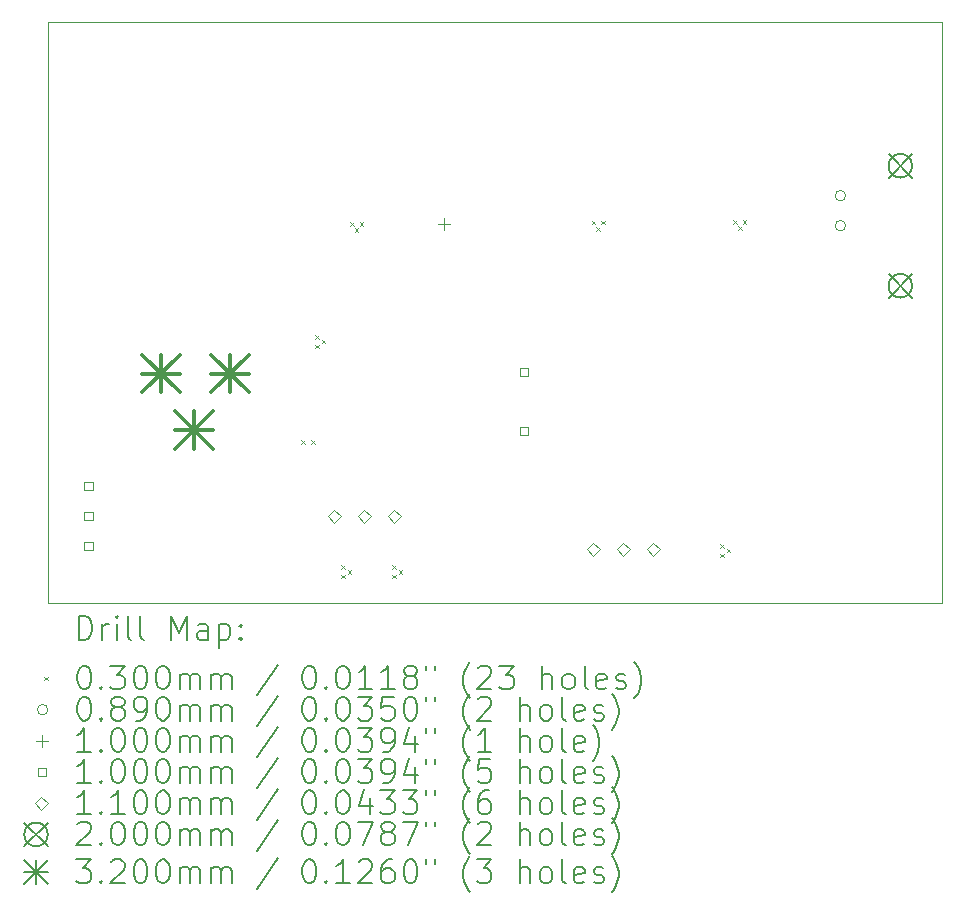
<source format=gbr>
%TF.GenerationSoftware,KiCad,Pcbnew,8.0.3-8.0.3-0~ubuntu23.10.1*%
%TF.CreationDate,2024-11-21T21:05:36-05:00*%
%TF.ProjectId,28mhz_class_e_amplifier_for_pi,32386d68-7a5f-4636-9c61-73735f655f61,alpha*%
%TF.SameCoordinates,Original*%
%TF.FileFunction,Drillmap*%
%TF.FilePolarity,Positive*%
%FSLAX45Y45*%
G04 Gerber Fmt 4.5, Leading zero omitted, Abs format (unit mm)*
G04 Created by KiCad (PCBNEW 8.0.3-8.0.3-0~ubuntu23.10.1) date 2024-11-21 21:05:36*
%MOMM*%
%LPD*%
G01*
G04 APERTURE LIST*
%ADD10C,0.050000*%
%ADD11C,0.200000*%
%ADD12C,0.100000*%
%ADD13C,0.110000*%
%ADD14C,0.320000*%
G04 APERTURE END LIST*
D10*
X10492500Y-5580000D02*
X18065000Y-5580000D01*
X18065000Y-10495000D01*
X10492500Y-10495000D01*
X10492500Y-5580000D01*
D11*
D12*
X12635000Y-9120000D02*
X12665000Y-9150000D01*
X12665000Y-9120000D02*
X12635000Y-9150000D01*
X12722500Y-9120000D02*
X12752500Y-9150000D01*
X12752500Y-9120000D02*
X12722500Y-9150000D01*
X12755000Y-8230000D02*
X12785000Y-8260000D01*
X12785000Y-8230000D02*
X12755000Y-8260000D01*
X12755000Y-8310000D02*
X12785000Y-8340000D01*
X12785000Y-8310000D02*
X12755000Y-8340000D01*
X12807500Y-8270000D02*
X12837500Y-8300000D01*
X12837500Y-8270000D02*
X12807500Y-8300000D01*
X12975000Y-10180000D02*
X13005000Y-10210000D01*
X13005000Y-10180000D02*
X12975000Y-10210000D01*
X12975000Y-10260000D02*
X13005000Y-10290000D01*
X13005000Y-10260000D02*
X12975000Y-10290000D01*
X13027500Y-10220000D02*
X13057500Y-10250000D01*
X13057500Y-10220000D02*
X13027500Y-10250000D01*
X13050000Y-7272500D02*
X13080000Y-7302500D01*
X13080000Y-7272500D02*
X13050000Y-7302500D01*
X13090000Y-7325000D02*
X13120000Y-7355000D01*
X13120000Y-7325000D02*
X13090000Y-7355000D01*
X13130000Y-7272500D02*
X13160000Y-7302500D01*
X13160000Y-7272500D02*
X13130000Y-7302500D01*
X13407500Y-10180000D02*
X13437500Y-10210000D01*
X13437500Y-10180000D02*
X13407500Y-10210000D01*
X13407500Y-10260000D02*
X13437500Y-10290000D01*
X13437500Y-10260000D02*
X13407500Y-10290000D01*
X13460000Y-10220000D02*
X13490000Y-10250000D01*
X13490000Y-10220000D02*
X13460000Y-10250000D01*
X15095000Y-7262500D02*
X15125000Y-7292500D01*
X15125000Y-7262500D02*
X15095000Y-7292500D01*
X15135000Y-7315000D02*
X15165000Y-7345000D01*
X15165000Y-7315000D02*
X15135000Y-7345000D01*
X15175000Y-7262500D02*
X15205000Y-7292500D01*
X15205000Y-7262500D02*
X15175000Y-7292500D01*
X16185000Y-10000000D02*
X16215000Y-10030000D01*
X16215000Y-10000000D02*
X16185000Y-10030000D01*
X16185000Y-10080000D02*
X16215000Y-10110000D01*
X16215000Y-10080000D02*
X16185000Y-10110000D01*
X16237500Y-10040000D02*
X16267500Y-10070000D01*
X16267500Y-10040000D02*
X16237500Y-10070000D01*
X16295000Y-7257500D02*
X16325000Y-7287500D01*
X16325000Y-7257500D02*
X16295000Y-7287500D01*
X16335000Y-7310000D02*
X16365000Y-7340000D01*
X16365000Y-7310000D02*
X16335000Y-7340000D01*
X16375000Y-7257500D02*
X16405000Y-7287500D01*
X16405000Y-7257500D02*
X16375000Y-7287500D01*
X17244500Y-7050000D02*
G75*
G02*
X17155500Y-7050000I-44500J0D01*
G01*
X17155500Y-7050000D02*
G75*
G02*
X17244500Y-7050000I44500J0D01*
G01*
X17244500Y-7304000D02*
G75*
G02*
X17155500Y-7304000I-44500J0D01*
G01*
X17155500Y-7304000D02*
G75*
G02*
X17244500Y-7304000I44500J0D01*
G01*
X13845000Y-7237500D02*
X13845000Y-7337500D01*
X13795000Y-7287500D02*
X13895000Y-7287500D01*
X10870356Y-9542856D02*
X10870356Y-9472144D01*
X10799644Y-9472144D01*
X10799644Y-9542856D01*
X10870356Y-9542856D01*
X10870356Y-9796856D02*
X10870356Y-9726144D01*
X10799644Y-9726144D01*
X10799644Y-9796856D01*
X10870356Y-9796856D01*
X10870356Y-10050856D02*
X10870356Y-9980144D01*
X10799644Y-9980144D01*
X10799644Y-10050856D01*
X10870356Y-10050856D01*
X14555356Y-8577856D02*
X14555356Y-8507144D01*
X14484644Y-8507144D01*
X14484644Y-8577856D01*
X14555356Y-8577856D01*
X14555356Y-9077856D02*
X14555356Y-9007144D01*
X14484644Y-9007144D01*
X14484644Y-9077856D01*
X14555356Y-9077856D01*
D13*
X12916000Y-9820500D02*
X12971000Y-9765500D01*
X12916000Y-9710500D01*
X12861000Y-9765500D01*
X12916000Y-9820500D01*
X13170000Y-9820500D02*
X13225000Y-9765500D01*
X13170000Y-9710500D01*
X13115000Y-9765500D01*
X13170000Y-9820500D01*
X13424000Y-9820500D02*
X13479000Y-9765500D01*
X13424000Y-9710500D01*
X13369000Y-9765500D01*
X13424000Y-9820500D01*
X15110000Y-10097500D02*
X15165000Y-10042500D01*
X15110000Y-9987500D01*
X15055000Y-10042500D01*
X15110000Y-10097500D01*
X15364000Y-10097500D02*
X15419000Y-10042500D01*
X15364000Y-9987500D01*
X15309000Y-10042500D01*
X15364000Y-10097500D01*
X15618000Y-10097500D02*
X15673000Y-10042500D01*
X15618000Y-9987500D01*
X15563000Y-10042500D01*
X15618000Y-10097500D01*
D11*
X17608000Y-6696000D02*
X17808000Y-6896000D01*
X17808000Y-6696000D02*
X17608000Y-6896000D01*
X17808000Y-6796000D02*
G75*
G02*
X17608000Y-6796000I-100000J0D01*
G01*
X17608000Y-6796000D02*
G75*
G02*
X17808000Y-6796000I100000J0D01*
G01*
X17608000Y-7712000D02*
X17808000Y-7912000D01*
X17808000Y-7712000D02*
X17608000Y-7912000D01*
X17808000Y-7812000D02*
G75*
G02*
X17608000Y-7812000I-100000J0D01*
G01*
X17608000Y-7812000D02*
G75*
G02*
X17808000Y-7812000I100000J0D01*
G01*
D14*
X11290950Y-8395000D02*
X11610950Y-8715000D01*
X11610950Y-8395000D02*
X11290950Y-8715000D01*
X11450950Y-8395000D02*
X11450950Y-8715000D01*
X11290950Y-8555000D02*
X11610950Y-8555000D01*
X11570950Y-8875000D02*
X11890950Y-9195000D01*
X11890950Y-8875000D02*
X11570950Y-9195000D01*
X11730950Y-8875000D02*
X11730950Y-9195000D01*
X11570950Y-9035000D02*
X11890950Y-9035000D01*
X11870950Y-8395000D02*
X12190950Y-8715000D01*
X12190950Y-8395000D02*
X11870950Y-8715000D01*
X12030950Y-8395000D02*
X12030950Y-8715000D01*
X11870950Y-8555000D02*
X12190950Y-8555000D01*
D11*
X10750777Y-10808984D02*
X10750777Y-10608984D01*
X10750777Y-10608984D02*
X10798396Y-10608984D01*
X10798396Y-10608984D02*
X10826967Y-10618508D01*
X10826967Y-10618508D02*
X10846015Y-10637555D01*
X10846015Y-10637555D02*
X10855539Y-10656603D01*
X10855539Y-10656603D02*
X10865063Y-10694698D01*
X10865063Y-10694698D02*
X10865063Y-10723270D01*
X10865063Y-10723270D02*
X10855539Y-10761365D01*
X10855539Y-10761365D02*
X10846015Y-10780412D01*
X10846015Y-10780412D02*
X10826967Y-10799460D01*
X10826967Y-10799460D02*
X10798396Y-10808984D01*
X10798396Y-10808984D02*
X10750777Y-10808984D01*
X10950777Y-10808984D02*
X10950777Y-10675650D01*
X10950777Y-10713746D02*
X10960301Y-10694698D01*
X10960301Y-10694698D02*
X10969824Y-10685174D01*
X10969824Y-10685174D02*
X10988872Y-10675650D01*
X10988872Y-10675650D02*
X11007920Y-10675650D01*
X11074586Y-10808984D02*
X11074586Y-10675650D01*
X11074586Y-10608984D02*
X11065063Y-10618508D01*
X11065063Y-10618508D02*
X11074586Y-10628031D01*
X11074586Y-10628031D02*
X11084110Y-10618508D01*
X11084110Y-10618508D02*
X11074586Y-10608984D01*
X11074586Y-10608984D02*
X11074586Y-10628031D01*
X11198396Y-10808984D02*
X11179348Y-10799460D01*
X11179348Y-10799460D02*
X11169824Y-10780412D01*
X11169824Y-10780412D02*
X11169824Y-10608984D01*
X11303158Y-10808984D02*
X11284110Y-10799460D01*
X11284110Y-10799460D02*
X11274586Y-10780412D01*
X11274586Y-10780412D02*
X11274586Y-10608984D01*
X11531729Y-10808984D02*
X11531729Y-10608984D01*
X11531729Y-10608984D02*
X11598396Y-10751841D01*
X11598396Y-10751841D02*
X11665062Y-10608984D01*
X11665062Y-10608984D02*
X11665062Y-10808984D01*
X11846015Y-10808984D02*
X11846015Y-10704222D01*
X11846015Y-10704222D02*
X11836491Y-10685174D01*
X11836491Y-10685174D02*
X11817443Y-10675650D01*
X11817443Y-10675650D02*
X11779348Y-10675650D01*
X11779348Y-10675650D02*
X11760301Y-10685174D01*
X11846015Y-10799460D02*
X11826967Y-10808984D01*
X11826967Y-10808984D02*
X11779348Y-10808984D01*
X11779348Y-10808984D02*
X11760301Y-10799460D01*
X11760301Y-10799460D02*
X11750777Y-10780412D01*
X11750777Y-10780412D02*
X11750777Y-10761365D01*
X11750777Y-10761365D02*
X11760301Y-10742317D01*
X11760301Y-10742317D02*
X11779348Y-10732793D01*
X11779348Y-10732793D02*
X11826967Y-10732793D01*
X11826967Y-10732793D02*
X11846015Y-10723270D01*
X11941253Y-10675650D02*
X11941253Y-10875650D01*
X11941253Y-10685174D02*
X11960301Y-10675650D01*
X11960301Y-10675650D02*
X11998396Y-10675650D01*
X11998396Y-10675650D02*
X12017443Y-10685174D01*
X12017443Y-10685174D02*
X12026967Y-10694698D01*
X12026967Y-10694698D02*
X12036491Y-10713746D01*
X12036491Y-10713746D02*
X12036491Y-10770889D01*
X12036491Y-10770889D02*
X12026967Y-10789936D01*
X12026967Y-10789936D02*
X12017443Y-10799460D01*
X12017443Y-10799460D02*
X11998396Y-10808984D01*
X11998396Y-10808984D02*
X11960301Y-10808984D01*
X11960301Y-10808984D02*
X11941253Y-10799460D01*
X12122205Y-10789936D02*
X12131729Y-10799460D01*
X12131729Y-10799460D02*
X12122205Y-10808984D01*
X12122205Y-10808984D02*
X12112682Y-10799460D01*
X12112682Y-10799460D02*
X12122205Y-10789936D01*
X12122205Y-10789936D02*
X12122205Y-10808984D01*
X12122205Y-10685174D02*
X12131729Y-10694698D01*
X12131729Y-10694698D02*
X12122205Y-10704222D01*
X12122205Y-10704222D02*
X12112682Y-10694698D01*
X12112682Y-10694698D02*
X12122205Y-10685174D01*
X12122205Y-10685174D02*
X12122205Y-10704222D01*
D12*
X10460000Y-11122500D02*
X10490000Y-11152500D01*
X10490000Y-11122500D02*
X10460000Y-11152500D01*
D11*
X10788872Y-11028984D02*
X10807920Y-11028984D01*
X10807920Y-11028984D02*
X10826967Y-11038508D01*
X10826967Y-11038508D02*
X10836491Y-11048031D01*
X10836491Y-11048031D02*
X10846015Y-11067079D01*
X10846015Y-11067079D02*
X10855539Y-11105174D01*
X10855539Y-11105174D02*
X10855539Y-11152793D01*
X10855539Y-11152793D02*
X10846015Y-11190888D01*
X10846015Y-11190888D02*
X10836491Y-11209936D01*
X10836491Y-11209936D02*
X10826967Y-11219460D01*
X10826967Y-11219460D02*
X10807920Y-11228984D01*
X10807920Y-11228984D02*
X10788872Y-11228984D01*
X10788872Y-11228984D02*
X10769824Y-11219460D01*
X10769824Y-11219460D02*
X10760301Y-11209936D01*
X10760301Y-11209936D02*
X10750777Y-11190888D01*
X10750777Y-11190888D02*
X10741253Y-11152793D01*
X10741253Y-11152793D02*
X10741253Y-11105174D01*
X10741253Y-11105174D02*
X10750777Y-11067079D01*
X10750777Y-11067079D02*
X10760301Y-11048031D01*
X10760301Y-11048031D02*
X10769824Y-11038508D01*
X10769824Y-11038508D02*
X10788872Y-11028984D01*
X10941253Y-11209936D02*
X10950777Y-11219460D01*
X10950777Y-11219460D02*
X10941253Y-11228984D01*
X10941253Y-11228984D02*
X10931729Y-11219460D01*
X10931729Y-11219460D02*
X10941253Y-11209936D01*
X10941253Y-11209936D02*
X10941253Y-11228984D01*
X11017444Y-11028984D02*
X11141253Y-11028984D01*
X11141253Y-11028984D02*
X11074586Y-11105174D01*
X11074586Y-11105174D02*
X11103158Y-11105174D01*
X11103158Y-11105174D02*
X11122205Y-11114698D01*
X11122205Y-11114698D02*
X11131729Y-11124222D01*
X11131729Y-11124222D02*
X11141253Y-11143270D01*
X11141253Y-11143270D02*
X11141253Y-11190888D01*
X11141253Y-11190888D02*
X11131729Y-11209936D01*
X11131729Y-11209936D02*
X11122205Y-11219460D01*
X11122205Y-11219460D02*
X11103158Y-11228984D01*
X11103158Y-11228984D02*
X11046015Y-11228984D01*
X11046015Y-11228984D02*
X11026967Y-11219460D01*
X11026967Y-11219460D02*
X11017444Y-11209936D01*
X11265062Y-11028984D02*
X11284110Y-11028984D01*
X11284110Y-11028984D02*
X11303158Y-11038508D01*
X11303158Y-11038508D02*
X11312682Y-11048031D01*
X11312682Y-11048031D02*
X11322205Y-11067079D01*
X11322205Y-11067079D02*
X11331729Y-11105174D01*
X11331729Y-11105174D02*
X11331729Y-11152793D01*
X11331729Y-11152793D02*
X11322205Y-11190888D01*
X11322205Y-11190888D02*
X11312682Y-11209936D01*
X11312682Y-11209936D02*
X11303158Y-11219460D01*
X11303158Y-11219460D02*
X11284110Y-11228984D01*
X11284110Y-11228984D02*
X11265062Y-11228984D01*
X11265062Y-11228984D02*
X11246015Y-11219460D01*
X11246015Y-11219460D02*
X11236491Y-11209936D01*
X11236491Y-11209936D02*
X11226967Y-11190888D01*
X11226967Y-11190888D02*
X11217443Y-11152793D01*
X11217443Y-11152793D02*
X11217443Y-11105174D01*
X11217443Y-11105174D02*
X11226967Y-11067079D01*
X11226967Y-11067079D02*
X11236491Y-11048031D01*
X11236491Y-11048031D02*
X11246015Y-11038508D01*
X11246015Y-11038508D02*
X11265062Y-11028984D01*
X11455539Y-11028984D02*
X11474586Y-11028984D01*
X11474586Y-11028984D02*
X11493634Y-11038508D01*
X11493634Y-11038508D02*
X11503158Y-11048031D01*
X11503158Y-11048031D02*
X11512682Y-11067079D01*
X11512682Y-11067079D02*
X11522205Y-11105174D01*
X11522205Y-11105174D02*
X11522205Y-11152793D01*
X11522205Y-11152793D02*
X11512682Y-11190888D01*
X11512682Y-11190888D02*
X11503158Y-11209936D01*
X11503158Y-11209936D02*
X11493634Y-11219460D01*
X11493634Y-11219460D02*
X11474586Y-11228984D01*
X11474586Y-11228984D02*
X11455539Y-11228984D01*
X11455539Y-11228984D02*
X11436491Y-11219460D01*
X11436491Y-11219460D02*
X11426967Y-11209936D01*
X11426967Y-11209936D02*
X11417443Y-11190888D01*
X11417443Y-11190888D02*
X11407920Y-11152793D01*
X11407920Y-11152793D02*
X11407920Y-11105174D01*
X11407920Y-11105174D02*
X11417443Y-11067079D01*
X11417443Y-11067079D02*
X11426967Y-11048031D01*
X11426967Y-11048031D02*
X11436491Y-11038508D01*
X11436491Y-11038508D02*
X11455539Y-11028984D01*
X11607920Y-11228984D02*
X11607920Y-11095650D01*
X11607920Y-11114698D02*
X11617443Y-11105174D01*
X11617443Y-11105174D02*
X11636491Y-11095650D01*
X11636491Y-11095650D02*
X11665063Y-11095650D01*
X11665063Y-11095650D02*
X11684110Y-11105174D01*
X11684110Y-11105174D02*
X11693634Y-11124222D01*
X11693634Y-11124222D02*
X11693634Y-11228984D01*
X11693634Y-11124222D02*
X11703158Y-11105174D01*
X11703158Y-11105174D02*
X11722205Y-11095650D01*
X11722205Y-11095650D02*
X11750777Y-11095650D01*
X11750777Y-11095650D02*
X11769824Y-11105174D01*
X11769824Y-11105174D02*
X11779348Y-11124222D01*
X11779348Y-11124222D02*
X11779348Y-11228984D01*
X11874586Y-11228984D02*
X11874586Y-11095650D01*
X11874586Y-11114698D02*
X11884110Y-11105174D01*
X11884110Y-11105174D02*
X11903158Y-11095650D01*
X11903158Y-11095650D02*
X11931729Y-11095650D01*
X11931729Y-11095650D02*
X11950777Y-11105174D01*
X11950777Y-11105174D02*
X11960301Y-11124222D01*
X11960301Y-11124222D02*
X11960301Y-11228984D01*
X11960301Y-11124222D02*
X11969824Y-11105174D01*
X11969824Y-11105174D02*
X11988872Y-11095650D01*
X11988872Y-11095650D02*
X12017443Y-11095650D01*
X12017443Y-11095650D02*
X12036491Y-11105174D01*
X12036491Y-11105174D02*
X12046015Y-11124222D01*
X12046015Y-11124222D02*
X12046015Y-11228984D01*
X12436491Y-11019460D02*
X12265063Y-11276603D01*
X12693634Y-11028984D02*
X12712682Y-11028984D01*
X12712682Y-11028984D02*
X12731729Y-11038508D01*
X12731729Y-11038508D02*
X12741253Y-11048031D01*
X12741253Y-11048031D02*
X12750777Y-11067079D01*
X12750777Y-11067079D02*
X12760301Y-11105174D01*
X12760301Y-11105174D02*
X12760301Y-11152793D01*
X12760301Y-11152793D02*
X12750777Y-11190888D01*
X12750777Y-11190888D02*
X12741253Y-11209936D01*
X12741253Y-11209936D02*
X12731729Y-11219460D01*
X12731729Y-11219460D02*
X12712682Y-11228984D01*
X12712682Y-11228984D02*
X12693634Y-11228984D01*
X12693634Y-11228984D02*
X12674586Y-11219460D01*
X12674586Y-11219460D02*
X12665063Y-11209936D01*
X12665063Y-11209936D02*
X12655539Y-11190888D01*
X12655539Y-11190888D02*
X12646015Y-11152793D01*
X12646015Y-11152793D02*
X12646015Y-11105174D01*
X12646015Y-11105174D02*
X12655539Y-11067079D01*
X12655539Y-11067079D02*
X12665063Y-11048031D01*
X12665063Y-11048031D02*
X12674586Y-11038508D01*
X12674586Y-11038508D02*
X12693634Y-11028984D01*
X12846015Y-11209936D02*
X12855539Y-11219460D01*
X12855539Y-11219460D02*
X12846015Y-11228984D01*
X12846015Y-11228984D02*
X12836491Y-11219460D01*
X12836491Y-11219460D02*
X12846015Y-11209936D01*
X12846015Y-11209936D02*
X12846015Y-11228984D01*
X12979348Y-11028984D02*
X12998396Y-11028984D01*
X12998396Y-11028984D02*
X13017444Y-11038508D01*
X13017444Y-11038508D02*
X13026967Y-11048031D01*
X13026967Y-11048031D02*
X13036491Y-11067079D01*
X13036491Y-11067079D02*
X13046015Y-11105174D01*
X13046015Y-11105174D02*
X13046015Y-11152793D01*
X13046015Y-11152793D02*
X13036491Y-11190888D01*
X13036491Y-11190888D02*
X13026967Y-11209936D01*
X13026967Y-11209936D02*
X13017444Y-11219460D01*
X13017444Y-11219460D02*
X12998396Y-11228984D01*
X12998396Y-11228984D02*
X12979348Y-11228984D01*
X12979348Y-11228984D02*
X12960301Y-11219460D01*
X12960301Y-11219460D02*
X12950777Y-11209936D01*
X12950777Y-11209936D02*
X12941253Y-11190888D01*
X12941253Y-11190888D02*
X12931729Y-11152793D01*
X12931729Y-11152793D02*
X12931729Y-11105174D01*
X12931729Y-11105174D02*
X12941253Y-11067079D01*
X12941253Y-11067079D02*
X12950777Y-11048031D01*
X12950777Y-11048031D02*
X12960301Y-11038508D01*
X12960301Y-11038508D02*
X12979348Y-11028984D01*
X13236491Y-11228984D02*
X13122206Y-11228984D01*
X13179348Y-11228984D02*
X13179348Y-11028984D01*
X13179348Y-11028984D02*
X13160301Y-11057555D01*
X13160301Y-11057555D02*
X13141253Y-11076603D01*
X13141253Y-11076603D02*
X13122206Y-11086127D01*
X13426967Y-11228984D02*
X13312682Y-11228984D01*
X13369825Y-11228984D02*
X13369825Y-11028984D01*
X13369825Y-11028984D02*
X13350777Y-11057555D01*
X13350777Y-11057555D02*
X13331729Y-11076603D01*
X13331729Y-11076603D02*
X13312682Y-11086127D01*
X13541253Y-11114698D02*
X13522206Y-11105174D01*
X13522206Y-11105174D02*
X13512682Y-11095650D01*
X13512682Y-11095650D02*
X13503158Y-11076603D01*
X13503158Y-11076603D02*
X13503158Y-11067079D01*
X13503158Y-11067079D02*
X13512682Y-11048031D01*
X13512682Y-11048031D02*
X13522206Y-11038508D01*
X13522206Y-11038508D02*
X13541253Y-11028984D01*
X13541253Y-11028984D02*
X13579348Y-11028984D01*
X13579348Y-11028984D02*
X13598396Y-11038508D01*
X13598396Y-11038508D02*
X13607920Y-11048031D01*
X13607920Y-11048031D02*
X13617444Y-11067079D01*
X13617444Y-11067079D02*
X13617444Y-11076603D01*
X13617444Y-11076603D02*
X13607920Y-11095650D01*
X13607920Y-11095650D02*
X13598396Y-11105174D01*
X13598396Y-11105174D02*
X13579348Y-11114698D01*
X13579348Y-11114698D02*
X13541253Y-11114698D01*
X13541253Y-11114698D02*
X13522206Y-11124222D01*
X13522206Y-11124222D02*
X13512682Y-11133746D01*
X13512682Y-11133746D02*
X13503158Y-11152793D01*
X13503158Y-11152793D02*
X13503158Y-11190888D01*
X13503158Y-11190888D02*
X13512682Y-11209936D01*
X13512682Y-11209936D02*
X13522206Y-11219460D01*
X13522206Y-11219460D02*
X13541253Y-11228984D01*
X13541253Y-11228984D02*
X13579348Y-11228984D01*
X13579348Y-11228984D02*
X13598396Y-11219460D01*
X13598396Y-11219460D02*
X13607920Y-11209936D01*
X13607920Y-11209936D02*
X13617444Y-11190888D01*
X13617444Y-11190888D02*
X13617444Y-11152793D01*
X13617444Y-11152793D02*
X13607920Y-11133746D01*
X13607920Y-11133746D02*
X13598396Y-11124222D01*
X13598396Y-11124222D02*
X13579348Y-11114698D01*
X13693634Y-11028984D02*
X13693634Y-11067079D01*
X13769825Y-11028984D02*
X13769825Y-11067079D01*
X14065063Y-11305174D02*
X14055539Y-11295650D01*
X14055539Y-11295650D02*
X14036491Y-11267079D01*
X14036491Y-11267079D02*
X14026968Y-11248031D01*
X14026968Y-11248031D02*
X14017444Y-11219460D01*
X14017444Y-11219460D02*
X14007920Y-11171841D01*
X14007920Y-11171841D02*
X14007920Y-11133746D01*
X14007920Y-11133746D02*
X14017444Y-11086127D01*
X14017444Y-11086127D02*
X14026968Y-11057555D01*
X14026968Y-11057555D02*
X14036491Y-11038508D01*
X14036491Y-11038508D02*
X14055539Y-11009936D01*
X14055539Y-11009936D02*
X14065063Y-11000412D01*
X14131729Y-11048031D02*
X14141253Y-11038508D01*
X14141253Y-11038508D02*
X14160301Y-11028984D01*
X14160301Y-11028984D02*
X14207920Y-11028984D01*
X14207920Y-11028984D02*
X14226968Y-11038508D01*
X14226968Y-11038508D02*
X14236491Y-11048031D01*
X14236491Y-11048031D02*
X14246015Y-11067079D01*
X14246015Y-11067079D02*
X14246015Y-11086127D01*
X14246015Y-11086127D02*
X14236491Y-11114698D01*
X14236491Y-11114698D02*
X14122206Y-11228984D01*
X14122206Y-11228984D02*
X14246015Y-11228984D01*
X14312682Y-11028984D02*
X14436491Y-11028984D01*
X14436491Y-11028984D02*
X14369825Y-11105174D01*
X14369825Y-11105174D02*
X14398396Y-11105174D01*
X14398396Y-11105174D02*
X14417444Y-11114698D01*
X14417444Y-11114698D02*
X14426968Y-11124222D01*
X14426968Y-11124222D02*
X14436491Y-11143270D01*
X14436491Y-11143270D02*
X14436491Y-11190888D01*
X14436491Y-11190888D02*
X14426968Y-11209936D01*
X14426968Y-11209936D02*
X14417444Y-11219460D01*
X14417444Y-11219460D02*
X14398396Y-11228984D01*
X14398396Y-11228984D02*
X14341253Y-11228984D01*
X14341253Y-11228984D02*
X14322206Y-11219460D01*
X14322206Y-11219460D02*
X14312682Y-11209936D01*
X14674587Y-11228984D02*
X14674587Y-11028984D01*
X14760301Y-11228984D02*
X14760301Y-11124222D01*
X14760301Y-11124222D02*
X14750777Y-11105174D01*
X14750777Y-11105174D02*
X14731730Y-11095650D01*
X14731730Y-11095650D02*
X14703158Y-11095650D01*
X14703158Y-11095650D02*
X14684110Y-11105174D01*
X14684110Y-11105174D02*
X14674587Y-11114698D01*
X14884110Y-11228984D02*
X14865063Y-11219460D01*
X14865063Y-11219460D02*
X14855539Y-11209936D01*
X14855539Y-11209936D02*
X14846015Y-11190888D01*
X14846015Y-11190888D02*
X14846015Y-11133746D01*
X14846015Y-11133746D02*
X14855539Y-11114698D01*
X14855539Y-11114698D02*
X14865063Y-11105174D01*
X14865063Y-11105174D02*
X14884110Y-11095650D01*
X14884110Y-11095650D02*
X14912682Y-11095650D01*
X14912682Y-11095650D02*
X14931730Y-11105174D01*
X14931730Y-11105174D02*
X14941253Y-11114698D01*
X14941253Y-11114698D02*
X14950777Y-11133746D01*
X14950777Y-11133746D02*
X14950777Y-11190888D01*
X14950777Y-11190888D02*
X14941253Y-11209936D01*
X14941253Y-11209936D02*
X14931730Y-11219460D01*
X14931730Y-11219460D02*
X14912682Y-11228984D01*
X14912682Y-11228984D02*
X14884110Y-11228984D01*
X15065063Y-11228984D02*
X15046015Y-11219460D01*
X15046015Y-11219460D02*
X15036491Y-11200412D01*
X15036491Y-11200412D02*
X15036491Y-11028984D01*
X15217444Y-11219460D02*
X15198396Y-11228984D01*
X15198396Y-11228984D02*
X15160301Y-11228984D01*
X15160301Y-11228984D02*
X15141253Y-11219460D01*
X15141253Y-11219460D02*
X15131730Y-11200412D01*
X15131730Y-11200412D02*
X15131730Y-11124222D01*
X15131730Y-11124222D02*
X15141253Y-11105174D01*
X15141253Y-11105174D02*
X15160301Y-11095650D01*
X15160301Y-11095650D02*
X15198396Y-11095650D01*
X15198396Y-11095650D02*
X15217444Y-11105174D01*
X15217444Y-11105174D02*
X15226968Y-11124222D01*
X15226968Y-11124222D02*
X15226968Y-11143270D01*
X15226968Y-11143270D02*
X15131730Y-11162317D01*
X15303158Y-11219460D02*
X15322206Y-11228984D01*
X15322206Y-11228984D02*
X15360301Y-11228984D01*
X15360301Y-11228984D02*
X15379349Y-11219460D01*
X15379349Y-11219460D02*
X15388872Y-11200412D01*
X15388872Y-11200412D02*
X15388872Y-11190888D01*
X15388872Y-11190888D02*
X15379349Y-11171841D01*
X15379349Y-11171841D02*
X15360301Y-11162317D01*
X15360301Y-11162317D02*
X15331730Y-11162317D01*
X15331730Y-11162317D02*
X15312682Y-11152793D01*
X15312682Y-11152793D02*
X15303158Y-11133746D01*
X15303158Y-11133746D02*
X15303158Y-11124222D01*
X15303158Y-11124222D02*
X15312682Y-11105174D01*
X15312682Y-11105174D02*
X15331730Y-11095650D01*
X15331730Y-11095650D02*
X15360301Y-11095650D01*
X15360301Y-11095650D02*
X15379349Y-11105174D01*
X15455539Y-11305174D02*
X15465063Y-11295650D01*
X15465063Y-11295650D02*
X15484111Y-11267079D01*
X15484111Y-11267079D02*
X15493634Y-11248031D01*
X15493634Y-11248031D02*
X15503158Y-11219460D01*
X15503158Y-11219460D02*
X15512682Y-11171841D01*
X15512682Y-11171841D02*
X15512682Y-11133746D01*
X15512682Y-11133746D02*
X15503158Y-11086127D01*
X15503158Y-11086127D02*
X15493634Y-11057555D01*
X15493634Y-11057555D02*
X15484111Y-11038508D01*
X15484111Y-11038508D02*
X15465063Y-11009936D01*
X15465063Y-11009936D02*
X15455539Y-11000412D01*
D12*
X10490000Y-11401500D02*
G75*
G02*
X10401000Y-11401500I-44500J0D01*
G01*
X10401000Y-11401500D02*
G75*
G02*
X10490000Y-11401500I44500J0D01*
G01*
D11*
X10788872Y-11292984D02*
X10807920Y-11292984D01*
X10807920Y-11292984D02*
X10826967Y-11302508D01*
X10826967Y-11302508D02*
X10836491Y-11312031D01*
X10836491Y-11312031D02*
X10846015Y-11331079D01*
X10846015Y-11331079D02*
X10855539Y-11369174D01*
X10855539Y-11369174D02*
X10855539Y-11416793D01*
X10855539Y-11416793D02*
X10846015Y-11454888D01*
X10846015Y-11454888D02*
X10836491Y-11473936D01*
X10836491Y-11473936D02*
X10826967Y-11483460D01*
X10826967Y-11483460D02*
X10807920Y-11492984D01*
X10807920Y-11492984D02*
X10788872Y-11492984D01*
X10788872Y-11492984D02*
X10769824Y-11483460D01*
X10769824Y-11483460D02*
X10760301Y-11473936D01*
X10760301Y-11473936D02*
X10750777Y-11454888D01*
X10750777Y-11454888D02*
X10741253Y-11416793D01*
X10741253Y-11416793D02*
X10741253Y-11369174D01*
X10741253Y-11369174D02*
X10750777Y-11331079D01*
X10750777Y-11331079D02*
X10760301Y-11312031D01*
X10760301Y-11312031D02*
X10769824Y-11302508D01*
X10769824Y-11302508D02*
X10788872Y-11292984D01*
X10941253Y-11473936D02*
X10950777Y-11483460D01*
X10950777Y-11483460D02*
X10941253Y-11492984D01*
X10941253Y-11492984D02*
X10931729Y-11483460D01*
X10931729Y-11483460D02*
X10941253Y-11473936D01*
X10941253Y-11473936D02*
X10941253Y-11492984D01*
X11065063Y-11378698D02*
X11046015Y-11369174D01*
X11046015Y-11369174D02*
X11036491Y-11359650D01*
X11036491Y-11359650D02*
X11026967Y-11340603D01*
X11026967Y-11340603D02*
X11026967Y-11331079D01*
X11026967Y-11331079D02*
X11036491Y-11312031D01*
X11036491Y-11312031D02*
X11046015Y-11302508D01*
X11046015Y-11302508D02*
X11065063Y-11292984D01*
X11065063Y-11292984D02*
X11103158Y-11292984D01*
X11103158Y-11292984D02*
X11122205Y-11302508D01*
X11122205Y-11302508D02*
X11131729Y-11312031D01*
X11131729Y-11312031D02*
X11141253Y-11331079D01*
X11141253Y-11331079D02*
X11141253Y-11340603D01*
X11141253Y-11340603D02*
X11131729Y-11359650D01*
X11131729Y-11359650D02*
X11122205Y-11369174D01*
X11122205Y-11369174D02*
X11103158Y-11378698D01*
X11103158Y-11378698D02*
X11065063Y-11378698D01*
X11065063Y-11378698D02*
X11046015Y-11388222D01*
X11046015Y-11388222D02*
X11036491Y-11397746D01*
X11036491Y-11397746D02*
X11026967Y-11416793D01*
X11026967Y-11416793D02*
X11026967Y-11454888D01*
X11026967Y-11454888D02*
X11036491Y-11473936D01*
X11036491Y-11473936D02*
X11046015Y-11483460D01*
X11046015Y-11483460D02*
X11065063Y-11492984D01*
X11065063Y-11492984D02*
X11103158Y-11492984D01*
X11103158Y-11492984D02*
X11122205Y-11483460D01*
X11122205Y-11483460D02*
X11131729Y-11473936D01*
X11131729Y-11473936D02*
X11141253Y-11454888D01*
X11141253Y-11454888D02*
X11141253Y-11416793D01*
X11141253Y-11416793D02*
X11131729Y-11397746D01*
X11131729Y-11397746D02*
X11122205Y-11388222D01*
X11122205Y-11388222D02*
X11103158Y-11378698D01*
X11236491Y-11492984D02*
X11274586Y-11492984D01*
X11274586Y-11492984D02*
X11293634Y-11483460D01*
X11293634Y-11483460D02*
X11303158Y-11473936D01*
X11303158Y-11473936D02*
X11322205Y-11445365D01*
X11322205Y-11445365D02*
X11331729Y-11407269D01*
X11331729Y-11407269D02*
X11331729Y-11331079D01*
X11331729Y-11331079D02*
X11322205Y-11312031D01*
X11322205Y-11312031D02*
X11312682Y-11302508D01*
X11312682Y-11302508D02*
X11293634Y-11292984D01*
X11293634Y-11292984D02*
X11255539Y-11292984D01*
X11255539Y-11292984D02*
X11236491Y-11302508D01*
X11236491Y-11302508D02*
X11226967Y-11312031D01*
X11226967Y-11312031D02*
X11217443Y-11331079D01*
X11217443Y-11331079D02*
X11217443Y-11378698D01*
X11217443Y-11378698D02*
X11226967Y-11397746D01*
X11226967Y-11397746D02*
X11236491Y-11407269D01*
X11236491Y-11407269D02*
X11255539Y-11416793D01*
X11255539Y-11416793D02*
X11293634Y-11416793D01*
X11293634Y-11416793D02*
X11312682Y-11407269D01*
X11312682Y-11407269D02*
X11322205Y-11397746D01*
X11322205Y-11397746D02*
X11331729Y-11378698D01*
X11455539Y-11292984D02*
X11474586Y-11292984D01*
X11474586Y-11292984D02*
X11493634Y-11302508D01*
X11493634Y-11302508D02*
X11503158Y-11312031D01*
X11503158Y-11312031D02*
X11512682Y-11331079D01*
X11512682Y-11331079D02*
X11522205Y-11369174D01*
X11522205Y-11369174D02*
X11522205Y-11416793D01*
X11522205Y-11416793D02*
X11512682Y-11454888D01*
X11512682Y-11454888D02*
X11503158Y-11473936D01*
X11503158Y-11473936D02*
X11493634Y-11483460D01*
X11493634Y-11483460D02*
X11474586Y-11492984D01*
X11474586Y-11492984D02*
X11455539Y-11492984D01*
X11455539Y-11492984D02*
X11436491Y-11483460D01*
X11436491Y-11483460D02*
X11426967Y-11473936D01*
X11426967Y-11473936D02*
X11417443Y-11454888D01*
X11417443Y-11454888D02*
X11407920Y-11416793D01*
X11407920Y-11416793D02*
X11407920Y-11369174D01*
X11407920Y-11369174D02*
X11417443Y-11331079D01*
X11417443Y-11331079D02*
X11426967Y-11312031D01*
X11426967Y-11312031D02*
X11436491Y-11302508D01*
X11436491Y-11302508D02*
X11455539Y-11292984D01*
X11607920Y-11492984D02*
X11607920Y-11359650D01*
X11607920Y-11378698D02*
X11617443Y-11369174D01*
X11617443Y-11369174D02*
X11636491Y-11359650D01*
X11636491Y-11359650D02*
X11665063Y-11359650D01*
X11665063Y-11359650D02*
X11684110Y-11369174D01*
X11684110Y-11369174D02*
X11693634Y-11388222D01*
X11693634Y-11388222D02*
X11693634Y-11492984D01*
X11693634Y-11388222D02*
X11703158Y-11369174D01*
X11703158Y-11369174D02*
X11722205Y-11359650D01*
X11722205Y-11359650D02*
X11750777Y-11359650D01*
X11750777Y-11359650D02*
X11769824Y-11369174D01*
X11769824Y-11369174D02*
X11779348Y-11388222D01*
X11779348Y-11388222D02*
X11779348Y-11492984D01*
X11874586Y-11492984D02*
X11874586Y-11359650D01*
X11874586Y-11378698D02*
X11884110Y-11369174D01*
X11884110Y-11369174D02*
X11903158Y-11359650D01*
X11903158Y-11359650D02*
X11931729Y-11359650D01*
X11931729Y-11359650D02*
X11950777Y-11369174D01*
X11950777Y-11369174D02*
X11960301Y-11388222D01*
X11960301Y-11388222D02*
X11960301Y-11492984D01*
X11960301Y-11388222D02*
X11969824Y-11369174D01*
X11969824Y-11369174D02*
X11988872Y-11359650D01*
X11988872Y-11359650D02*
X12017443Y-11359650D01*
X12017443Y-11359650D02*
X12036491Y-11369174D01*
X12036491Y-11369174D02*
X12046015Y-11388222D01*
X12046015Y-11388222D02*
X12046015Y-11492984D01*
X12436491Y-11283460D02*
X12265063Y-11540603D01*
X12693634Y-11292984D02*
X12712682Y-11292984D01*
X12712682Y-11292984D02*
X12731729Y-11302508D01*
X12731729Y-11302508D02*
X12741253Y-11312031D01*
X12741253Y-11312031D02*
X12750777Y-11331079D01*
X12750777Y-11331079D02*
X12760301Y-11369174D01*
X12760301Y-11369174D02*
X12760301Y-11416793D01*
X12760301Y-11416793D02*
X12750777Y-11454888D01*
X12750777Y-11454888D02*
X12741253Y-11473936D01*
X12741253Y-11473936D02*
X12731729Y-11483460D01*
X12731729Y-11483460D02*
X12712682Y-11492984D01*
X12712682Y-11492984D02*
X12693634Y-11492984D01*
X12693634Y-11492984D02*
X12674586Y-11483460D01*
X12674586Y-11483460D02*
X12665063Y-11473936D01*
X12665063Y-11473936D02*
X12655539Y-11454888D01*
X12655539Y-11454888D02*
X12646015Y-11416793D01*
X12646015Y-11416793D02*
X12646015Y-11369174D01*
X12646015Y-11369174D02*
X12655539Y-11331079D01*
X12655539Y-11331079D02*
X12665063Y-11312031D01*
X12665063Y-11312031D02*
X12674586Y-11302508D01*
X12674586Y-11302508D02*
X12693634Y-11292984D01*
X12846015Y-11473936D02*
X12855539Y-11483460D01*
X12855539Y-11483460D02*
X12846015Y-11492984D01*
X12846015Y-11492984D02*
X12836491Y-11483460D01*
X12836491Y-11483460D02*
X12846015Y-11473936D01*
X12846015Y-11473936D02*
X12846015Y-11492984D01*
X12979348Y-11292984D02*
X12998396Y-11292984D01*
X12998396Y-11292984D02*
X13017444Y-11302508D01*
X13017444Y-11302508D02*
X13026967Y-11312031D01*
X13026967Y-11312031D02*
X13036491Y-11331079D01*
X13036491Y-11331079D02*
X13046015Y-11369174D01*
X13046015Y-11369174D02*
X13046015Y-11416793D01*
X13046015Y-11416793D02*
X13036491Y-11454888D01*
X13036491Y-11454888D02*
X13026967Y-11473936D01*
X13026967Y-11473936D02*
X13017444Y-11483460D01*
X13017444Y-11483460D02*
X12998396Y-11492984D01*
X12998396Y-11492984D02*
X12979348Y-11492984D01*
X12979348Y-11492984D02*
X12960301Y-11483460D01*
X12960301Y-11483460D02*
X12950777Y-11473936D01*
X12950777Y-11473936D02*
X12941253Y-11454888D01*
X12941253Y-11454888D02*
X12931729Y-11416793D01*
X12931729Y-11416793D02*
X12931729Y-11369174D01*
X12931729Y-11369174D02*
X12941253Y-11331079D01*
X12941253Y-11331079D02*
X12950777Y-11312031D01*
X12950777Y-11312031D02*
X12960301Y-11302508D01*
X12960301Y-11302508D02*
X12979348Y-11292984D01*
X13112682Y-11292984D02*
X13236491Y-11292984D01*
X13236491Y-11292984D02*
X13169825Y-11369174D01*
X13169825Y-11369174D02*
X13198396Y-11369174D01*
X13198396Y-11369174D02*
X13217444Y-11378698D01*
X13217444Y-11378698D02*
X13226967Y-11388222D01*
X13226967Y-11388222D02*
X13236491Y-11407269D01*
X13236491Y-11407269D02*
X13236491Y-11454888D01*
X13236491Y-11454888D02*
X13226967Y-11473936D01*
X13226967Y-11473936D02*
X13217444Y-11483460D01*
X13217444Y-11483460D02*
X13198396Y-11492984D01*
X13198396Y-11492984D02*
X13141253Y-11492984D01*
X13141253Y-11492984D02*
X13122206Y-11483460D01*
X13122206Y-11483460D02*
X13112682Y-11473936D01*
X13417444Y-11292984D02*
X13322206Y-11292984D01*
X13322206Y-11292984D02*
X13312682Y-11388222D01*
X13312682Y-11388222D02*
X13322206Y-11378698D01*
X13322206Y-11378698D02*
X13341253Y-11369174D01*
X13341253Y-11369174D02*
X13388872Y-11369174D01*
X13388872Y-11369174D02*
X13407920Y-11378698D01*
X13407920Y-11378698D02*
X13417444Y-11388222D01*
X13417444Y-11388222D02*
X13426967Y-11407269D01*
X13426967Y-11407269D02*
X13426967Y-11454888D01*
X13426967Y-11454888D02*
X13417444Y-11473936D01*
X13417444Y-11473936D02*
X13407920Y-11483460D01*
X13407920Y-11483460D02*
X13388872Y-11492984D01*
X13388872Y-11492984D02*
X13341253Y-11492984D01*
X13341253Y-11492984D02*
X13322206Y-11483460D01*
X13322206Y-11483460D02*
X13312682Y-11473936D01*
X13550777Y-11292984D02*
X13569825Y-11292984D01*
X13569825Y-11292984D02*
X13588872Y-11302508D01*
X13588872Y-11302508D02*
X13598396Y-11312031D01*
X13598396Y-11312031D02*
X13607920Y-11331079D01*
X13607920Y-11331079D02*
X13617444Y-11369174D01*
X13617444Y-11369174D02*
X13617444Y-11416793D01*
X13617444Y-11416793D02*
X13607920Y-11454888D01*
X13607920Y-11454888D02*
X13598396Y-11473936D01*
X13598396Y-11473936D02*
X13588872Y-11483460D01*
X13588872Y-11483460D02*
X13569825Y-11492984D01*
X13569825Y-11492984D02*
X13550777Y-11492984D01*
X13550777Y-11492984D02*
X13531729Y-11483460D01*
X13531729Y-11483460D02*
X13522206Y-11473936D01*
X13522206Y-11473936D02*
X13512682Y-11454888D01*
X13512682Y-11454888D02*
X13503158Y-11416793D01*
X13503158Y-11416793D02*
X13503158Y-11369174D01*
X13503158Y-11369174D02*
X13512682Y-11331079D01*
X13512682Y-11331079D02*
X13522206Y-11312031D01*
X13522206Y-11312031D02*
X13531729Y-11302508D01*
X13531729Y-11302508D02*
X13550777Y-11292984D01*
X13693634Y-11292984D02*
X13693634Y-11331079D01*
X13769825Y-11292984D02*
X13769825Y-11331079D01*
X14065063Y-11569174D02*
X14055539Y-11559650D01*
X14055539Y-11559650D02*
X14036491Y-11531079D01*
X14036491Y-11531079D02*
X14026968Y-11512031D01*
X14026968Y-11512031D02*
X14017444Y-11483460D01*
X14017444Y-11483460D02*
X14007920Y-11435841D01*
X14007920Y-11435841D02*
X14007920Y-11397746D01*
X14007920Y-11397746D02*
X14017444Y-11350127D01*
X14017444Y-11350127D02*
X14026968Y-11321555D01*
X14026968Y-11321555D02*
X14036491Y-11302508D01*
X14036491Y-11302508D02*
X14055539Y-11273936D01*
X14055539Y-11273936D02*
X14065063Y-11264412D01*
X14131729Y-11312031D02*
X14141253Y-11302508D01*
X14141253Y-11302508D02*
X14160301Y-11292984D01*
X14160301Y-11292984D02*
X14207920Y-11292984D01*
X14207920Y-11292984D02*
X14226968Y-11302508D01*
X14226968Y-11302508D02*
X14236491Y-11312031D01*
X14236491Y-11312031D02*
X14246015Y-11331079D01*
X14246015Y-11331079D02*
X14246015Y-11350127D01*
X14246015Y-11350127D02*
X14236491Y-11378698D01*
X14236491Y-11378698D02*
X14122206Y-11492984D01*
X14122206Y-11492984D02*
X14246015Y-11492984D01*
X14484110Y-11492984D02*
X14484110Y-11292984D01*
X14569825Y-11492984D02*
X14569825Y-11388222D01*
X14569825Y-11388222D02*
X14560301Y-11369174D01*
X14560301Y-11369174D02*
X14541253Y-11359650D01*
X14541253Y-11359650D02*
X14512682Y-11359650D01*
X14512682Y-11359650D02*
X14493634Y-11369174D01*
X14493634Y-11369174D02*
X14484110Y-11378698D01*
X14693634Y-11492984D02*
X14674587Y-11483460D01*
X14674587Y-11483460D02*
X14665063Y-11473936D01*
X14665063Y-11473936D02*
X14655539Y-11454888D01*
X14655539Y-11454888D02*
X14655539Y-11397746D01*
X14655539Y-11397746D02*
X14665063Y-11378698D01*
X14665063Y-11378698D02*
X14674587Y-11369174D01*
X14674587Y-11369174D02*
X14693634Y-11359650D01*
X14693634Y-11359650D02*
X14722206Y-11359650D01*
X14722206Y-11359650D02*
X14741253Y-11369174D01*
X14741253Y-11369174D02*
X14750777Y-11378698D01*
X14750777Y-11378698D02*
X14760301Y-11397746D01*
X14760301Y-11397746D02*
X14760301Y-11454888D01*
X14760301Y-11454888D02*
X14750777Y-11473936D01*
X14750777Y-11473936D02*
X14741253Y-11483460D01*
X14741253Y-11483460D02*
X14722206Y-11492984D01*
X14722206Y-11492984D02*
X14693634Y-11492984D01*
X14874587Y-11492984D02*
X14855539Y-11483460D01*
X14855539Y-11483460D02*
X14846015Y-11464412D01*
X14846015Y-11464412D02*
X14846015Y-11292984D01*
X15026968Y-11483460D02*
X15007920Y-11492984D01*
X15007920Y-11492984D02*
X14969825Y-11492984D01*
X14969825Y-11492984D02*
X14950777Y-11483460D01*
X14950777Y-11483460D02*
X14941253Y-11464412D01*
X14941253Y-11464412D02*
X14941253Y-11388222D01*
X14941253Y-11388222D02*
X14950777Y-11369174D01*
X14950777Y-11369174D02*
X14969825Y-11359650D01*
X14969825Y-11359650D02*
X15007920Y-11359650D01*
X15007920Y-11359650D02*
X15026968Y-11369174D01*
X15026968Y-11369174D02*
X15036491Y-11388222D01*
X15036491Y-11388222D02*
X15036491Y-11407269D01*
X15036491Y-11407269D02*
X14941253Y-11426317D01*
X15112682Y-11483460D02*
X15131730Y-11492984D01*
X15131730Y-11492984D02*
X15169825Y-11492984D01*
X15169825Y-11492984D02*
X15188872Y-11483460D01*
X15188872Y-11483460D02*
X15198396Y-11464412D01*
X15198396Y-11464412D02*
X15198396Y-11454888D01*
X15198396Y-11454888D02*
X15188872Y-11435841D01*
X15188872Y-11435841D02*
X15169825Y-11426317D01*
X15169825Y-11426317D02*
X15141253Y-11426317D01*
X15141253Y-11426317D02*
X15122206Y-11416793D01*
X15122206Y-11416793D02*
X15112682Y-11397746D01*
X15112682Y-11397746D02*
X15112682Y-11388222D01*
X15112682Y-11388222D02*
X15122206Y-11369174D01*
X15122206Y-11369174D02*
X15141253Y-11359650D01*
X15141253Y-11359650D02*
X15169825Y-11359650D01*
X15169825Y-11359650D02*
X15188872Y-11369174D01*
X15265063Y-11569174D02*
X15274587Y-11559650D01*
X15274587Y-11559650D02*
X15293634Y-11531079D01*
X15293634Y-11531079D02*
X15303158Y-11512031D01*
X15303158Y-11512031D02*
X15312682Y-11483460D01*
X15312682Y-11483460D02*
X15322206Y-11435841D01*
X15322206Y-11435841D02*
X15322206Y-11397746D01*
X15322206Y-11397746D02*
X15312682Y-11350127D01*
X15312682Y-11350127D02*
X15303158Y-11321555D01*
X15303158Y-11321555D02*
X15293634Y-11302508D01*
X15293634Y-11302508D02*
X15274587Y-11273936D01*
X15274587Y-11273936D02*
X15265063Y-11264412D01*
D12*
X10440000Y-11615500D02*
X10440000Y-11715500D01*
X10390000Y-11665500D02*
X10490000Y-11665500D01*
D11*
X10855539Y-11756984D02*
X10741253Y-11756984D01*
X10798396Y-11756984D02*
X10798396Y-11556984D01*
X10798396Y-11556984D02*
X10779348Y-11585555D01*
X10779348Y-11585555D02*
X10760301Y-11604603D01*
X10760301Y-11604603D02*
X10741253Y-11614127D01*
X10941253Y-11737936D02*
X10950777Y-11747460D01*
X10950777Y-11747460D02*
X10941253Y-11756984D01*
X10941253Y-11756984D02*
X10931729Y-11747460D01*
X10931729Y-11747460D02*
X10941253Y-11737936D01*
X10941253Y-11737936D02*
X10941253Y-11756984D01*
X11074586Y-11556984D02*
X11093634Y-11556984D01*
X11093634Y-11556984D02*
X11112682Y-11566508D01*
X11112682Y-11566508D02*
X11122205Y-11576031D01*
X11122205Y-11576031D02*
X11131729Y-11595079D01*
X11131729Y-11595079D02*
X11141253Y-11633174D01*
X11141253Y-11633174D02*
X11141253Y-11680793D01*
X11141253Y-11680793D02*
X11131729Y-11718888D01*
X11131729Y-11718888D02*
X11122205Y-11737936D01*
X11122205Y-11737936D02*
X11112682Y-11747460D01*
X11112682Y-11747460D02*
X11093634Y-11756984D01*
X11093634Y-11756984D02*
X11074586Y-11756984D01*
X11074586Y-11756984D02*
X11055539Y-11747460D01*
X11055539Y-11747460D02*
X11046015Y-11737936D01*
X11046015Y-11737936D02*
X11036491Y-11718888D01*
X11036491Y-11718888D02*
X11026967Y-11680793D01*
X11026967Y-11680793D02*
X11026967Y-11633174D01*
X11026967Y-11633174D02*
X11036491Y-11595079D01*
X11036491Y-11595079D02*
X11046015Y-11576031D01*
X11046015Y-11576031D02*
X11055539Y-11566508D01*
X11055539Y-11566508D02*
X11074586Y-11556984D01*
X11265062Y-11556984D02*
X11284110Y-11556984D01*
X11284110Y-11556984D02*
X11303158Y-11566508D01*
X11303158Y-11566508D02*
X11312682Y-11576031D01*
X11312682Y-11576031D02*
X11322205Y-11595079D01*
X11322205Y-11595079D02*
X11331729Y-11633174D01*
X11331729Y-11633174D02*
X11331729Y-11680793D01*
X11331729Y-11680793D02*
X11322205Y-11718888D01*
X11322205Y-11718888D02*
X11312682Y-11737936D01*
X11312682Y-11737936D02*
X11303158Y-11747460D01*
X11303158Y-11747460D02*
X11284110Y-11756984D01*
X11284110Y-11756984D02*
X11265062Y-11756984D01*
X11265062Y-11756984D02*
X11246015Y-11747460D01*
X11246015Y-11747460D02*
X11236491Y-11737936D01*
X11236491Y-11737936D02*
X11226967Y-11718888D01*
X11226967Y-11718888D02*
X11217443Y-11680793D01*
X11217443Y-11680793D02*
X11217443Y-11633174D01*
X11217443Y-11633174D02*
X11226967Y-11595079D01*
X11226967Y-11595079D02*
X11236491Y-11576031D01*
X11236491Y-11576031D02*
X11246015Y-11566508D01*
X11246015Y-11566508D02*
X11265062Y-11556984D01*
X11455539Y-11556984D02*
X11474586Y-11556984D01*
X11474586Y-11556984D02*
X11493634Y-11566508D01*
X11493634Y-11566508D02*
X11503158Y-11576031D01*
X11503158Y-11576031D02*
X11512682Y-11595079D01*
X11512682Y-11595079D02*
X11522205Y-11633174D01*
X11522205Y-11633174D02*
X11522205Y-11680793D01*
X11522205Y-11680793D02*
X11512682Y-11718888D01*
X11512682Y-11718888D02*
X11503158Y-11737936D01*
X11503158Y-11737936D02*
X11493634Y-11747460D01*
X11493634Y-11747460D02*
X11474586Y-11756984D01*
X11474586Y-11756984D02*
X11455539Y-11756984D01*
X11455539Y-11756984D02*
X11436491Y-11747460D01*
X11436491Y-11747460D02*
X11426967Y-11737936D01*
X11426967Y-11737936D02*
X11417443Y-11718888D01*
X11417443Y-11718888D02*
X11407920Y-11680793D01*
X11407920Y-11680793D02*
X11407920Y-11633174D01*
X11407920Y-11633174D02*
X11417443Y-11595079D01*
X11417443Y-11595079D02*
X11426967Y-11576031D01*
X11426967Y-11576031D02*
X11436491Y-11566508D01*
X11436491Y-11566508D02*
X11455539Y-11556984D01*
X11607920Y-11756984D02*
X11607920Y-11623650D01*
X11607920Y-11642698D02*
X11617443Y-11633174D01*
X11617443Y-11633174D02*
X11636491Y-11623650D01*
X11636491Y-11623650D02*
X11665063Y-11623650D01*
X11665063Y-11623650D02*
X11684110Y-11633174D01*
X11684110Y-11633174D02*
X11693634Y-11652222D01*
X11693634Y-11652222D02*
X11693634Y-11756984D01*
X11693634Y-11652222D02*
X11703158Y-11633174D01*
X11703158Y-11633174D02*
X11722205Y-11623650D01*
X11722205Y-11623650D02*
X11750777Y-11623650D01*
X11750777Y-11623650D02*
X11769824Y-11633174D01*
X11769824Y-11633174D02*
X11779348Y-11652222D01*
X11779348Y-11652222D02*
X11779348Y-11756984D01*
X11874586Y-11756984D02*
X11874586Y-11623650D01*
X11874586Y-11642698D02*
X11884110Y-11633174D01*
X11884110Y-11633174D02*
X11903158Y-11623650D01*
X11903158Y-11623650D02*
X11931729Y-11623650D01*
X11931729Y-11623650D02*
X11950777Y-11633174D01*
X11950777Y-11633174D02*
X11960301Y-11652222D01*
X11960301Y-11652222D02*
X11960301Y-11756984D01*
X11960301Y-11652222D02*
X11969824Y-11633174D01*
X11969824Y-11633174D02*
X11988872Y-11623650D01*
X11988872Y-11623650D02*
X12017443Y-11623650D01*
X12017443Y-11623650D02*
X12036491Y-11633174D01*
X12036491Y-11633174D02*
X12046015Y-11652222D01*
X12046015Y-11652222D02*
X12046015Y-11756984D01*
X12436491Y-11547460D02*
X12265063Y-11804603D01*
X12693634Y-11556984D02*
X12712682Y-11556984D01*
X12712682Y-11556984D02*
X12731729Y-11566508D01*
X12731729Y-11566508D02*
X12741253Y-11576031D01*
X12741253Y-11576031D02*
X12750777Y-11595079D01*
X12750777Y-11595079D02*
X12760301Y-11633174D01*
X12760301Y-11633174D02*
X12760301Y-11680793D01*
X12760301Y-11680793D02*
X12750777Y-11718888D01*
X12750777Y-11718888D02*
X12741253Y-11737936D01*
X12741253Y-11737936D02*
X12731729Y-11747460D01*
X12731729Y-11747460D02*
X12712682Y-11756984D01*
X12712682Y-11756984D02*
X12693634Y-11756984D01*
X12693634Y-11756984D02*
X12674586Y-11747460D01*
X12674586Y-11747460D02*
X12665063Y-11737936D01*
X12665063Y-11737936D02*
X12655539Y-11718888D01*
X12655539Y-11718888D02*
X12646015Y-11680793D01*
X12646015Y-11680793D02*
X12646015Y-11633174D01*
X12646015Y-11633174D02*
X12655539Y-11595079D01*
X12655539Y-11595079D02*
X12665063Y-11576031D01*
X12665063Y-11576031D02*
X12674586Y-11566508D01*
X12674586Y-11566508D02*
X12693634Y-11556984D01*
X12846015Y-11737936D02*
X12855539Y-11747460D01*
X12855539Y-11747460D02*
X12846015Y-11756984D01*
X12846015Y-11756984D02*
X12836491Y-11747460D01*
X12836491Y-11747460D02*
X12846015Y-11737936D01*
X12846015Y-11737936D02*
X12846015Y-11756984D01*
X12979348Y-11556984D02*
X12998396Y-11556984D01*
X12998396Y-11556984D02*
X13017444Y-11566508D01*
X13017444Y-11566508D02*
X13026967Y-11576031D01*
X13026967Y-11576031D02*
X13036491Y-11595079D01*
X13036491Y-11595079D02*
X13046015Y-11633174D01*
X13046015Y-11633174D02*
X13046015Y-11680793D01*
X13046015Y-11680793D02*
X13036491Y-11718888D01*
X13036491Y-11718888D02*
X13026967Y-11737936D01*
X13026967Y-11737936D02*
X13017444Y-11747460D01*
X13017444Y-11747460D02*
X12998396Y-11756984D01*
X12998396Y-11756984D02*
X12979348Y-11756984D01*
X12979348Y-11756984D02*
X12960301Y-11747460D01*
X12960301Y-11747460D02*
X12950777Y-11737936D01*
X12950777Y-11737936D02*
X12941253Y-11718888D01*
X12941253Y-11718888D02*
X12931729Y-11680793D01*
X12931729Y-11680793D02*
X12931729Y-11633174D01*
X12931729Y-11633174D02*
X12941253Y-11595079D01*
X12941253Y-11595079D02*
X12950777Y-11576031D01*
X12950777Y-11576031D02*
X12960301Y-11566508D01*
X12960301Y-11566508D02*
X12979348Y-11556984D01*
X13112682Y-11556984D02*
X13236491Y-11556984D01*
X13236491Y-11556984D02*
X13169825Y-11633174D01*
X13169825Y-11633174D02*
X13198396Y-11633174D01*
X13198396Y-11633174D02*
X13217444Y-11642698D01*
X13217444Y-11642698D02*
X13226967Y-11652222D01*
X13226967Y-11652222D02*
X13236491Y-11671269D01*
X13236491Y-11671269D02*
X13236491Y-11718888D01*
X13236491Y-11718888D02*
X13226967Y-11737936D01*
X13226967Y-11737936D02*
X13217444Y-11747460D01*
X13217444Y-11747460D02*
X13198396Y-11756984D01*
X13198396Y-11756984D02*
X13141253Y-11756984D01*
X13141253Y-11756984D02*
X13122206Y-11747460D01*
X13122206Y-11747460D02*
X13112682Y-11737936D01*
X13331729Y-11756984D02*
X13369825Y-11756984D01*
X13369825Y-11756984D02*
X13388872Y-11747460D01*
X13388872Y-11747460D02*
X13398396Y-11737936D01*
X13398396Y-11737936D02*
X13417444Y-11709365D01*
X13417444Y-11709365D02*
X13426967Y-11671269D01*
X13426967Y-11671269D02*
X13426967Y-11595079D01*
X13426967Y-11595079D02*
X13417444Y-11576031D01*
X13417444Y-11576031D02*
X13407920Y-11566508D01*
X13407920Y-11566508D02*
X13388872Y-11556984D01*
X13388872Y-11556984D02*
X13350777Y-11556984D01*
X13350777Y-11556984D02*
X13331729Y-11566508D01*
X13331729Y-11566508D02*
X13322206Y-11576031D01*
X13322206Y-11576031D02*
X13312682Y-11595079D01*
X13312682Y-11595079D02*
X13312682Y-11642698D01*
X13312682Y-11642698D02*
X13322206Y-11661746D01*
X13322206Y-11661746D02*
X13331729Y-11671269D01*
X13331729Y-11671269D02*
X13350777Y-11680793D01*
X13350777Y-11680793D02*
X13388872Y-11680793D01*
X13388872Y-11680793D02*
X13407920Y-11671269D01*
X13407920Y-11671269D02*
X13417444Y-11661746D01*
X13417444Y-11661746D02*
X13426967Y-11642698D01*
X13598396Y-11623650D02*
X13598396Y-11756984D01*
X13550777Y-11547460D02*
X13503158Y-11690317D01*
X13503158Y-11690317D02*
X13626967Y-11690317D01*
X13693634Y-11556984D02*
X13693634Y-11595079D01*
X13769825Y-11556984D02*
X13769825Y-11595079D01*
X14065063Y-11833174D02*
X14055539Y-11823650D01*
X14055539Y-11823650D02*
X14036491Y-11795079D01*
X14036491Y-11795079D02*
X14026968Y-11776031D01*
X14026968Y-11776031D02*
X14017444Y-11747460D01*
X14017444Y-11747460D02*
X14007920Y-11699841D01*
X14007920Y-11699841D02*
X14007920Y-11661746D01*
X14007920Y-11661746D02*
X14017444Y-11614127D01*
X14017444Y-11614127D02*
X14026968Y-11585555D01*
X14026968Y-11585555D02*
X14036491Y-11566508D01*
X14036491Y-11566508D02*
X14055539Y-11537936D01*
X14055539Y-11537936D02*
X14065063Y-11528412D01*
X14246015Y-11756984D02*
X14131729Y-11756984D01*
X14188872Y-11756984D02*
X14188872Y-11556984D01*
X14188872Y-11556984D02*
X14169825Y-11585555D01*
X14169825Y-11585555D02*
X14150777Y-11604603D01*
X14150777Y-11604603D02*
X14131729Y-11614127D01*
X14484110Y-11756984D02*
X14484110Y-11556984D01*
X14569825Y-11756984D02*
X14569825Y-11652222D01*
X14569825Y-11652222D02*
X14560301Y-11633174D01*
X14560301Y-11633174D02*
X14541253Y-11623650D01*
X14541253Y-11623650D02*
X14512682Y-11623650D01*
X14512682Y-11623650D02*
X14493634Y-11633174D01*
X14493634Y-11633174D02*
X14484110Y-11642698D01*
X14693634Y-11756984D02*
X14674587Y-11747460D01*
X14674587Y-11747460D02*
X14665063Y-11737936D01*
X14665063Y-11737936D02*
X14655539Y-11718888D01*
X14655539Y-11718888D02*
X14655539Y-11661746D01*
X14655539Y-11661746D02*
X14665063Y-11642698D01*
X14665063Y-11642698D02*
X14674587Y-11633174D01*
X14674587Y-11633174D02*
X14693634Y-11623650D01*
X14693634Y-11623650D02*
X14722206Y-11623650D01*
X14722206Y-11623650D02*
X14741253Y-11633174D01*
X14741253Y-11633174D02*
X14750777Y-11642698D01*
X14750777Y-11642698D02*
X14760301Y-11661746D01*
X14760301Y-11661746D02*
X14760301Y-11718888D01*
X14760301Y-11718888D02*
X14750777Y-11737936D01*
X14750777Y-11737936D02*
X14741253Y-11747460D01*
X14741253Y-11747460D02*
X14722206Y-11756984D01*
X14722206Y-11756984D02*
X14693634Y-11756984D01*
X14874587Y-11756984D02*
X14855539Y-11747460D01*
X14855539Y-11747460D02*
X14846015Y-11728412D01*
X14846015Y-11728412D02*
X14846015Y-11556984D01*
X15026968Y-11747460D02*
X15007920Y-11756984D01*
X15007920Y-11756984D02*
X14969825Y-11756984D01*
X14969825Y-11756984D02*
X14950777Y-11747460D01*
X14950777Y-11747460D02*
X14941253Y-11728412D01*
X14941253Y-11728412D02*
X14941253Y-11652222D01*
X14941253Y-11652222D02*
X14950777Y-11633174D01*
X14950777Y-11633174D02*
X14969825Y-11623650D01*
X14969825Y-11623650D02*
X15007920Y-11623650D01*
X15007920Y-11623650D02*
X15026968Y-11633174D01*
X15026968Y-11633174D02*
X15036491Y-11652222D01*
X15036491Y-11652222D02*
X15036491Y-11671269D01*
X15036491Y-11671269D02*
X14941253Y-11690317D01*
X15103158Y-11833174D02*
X15112682Y-11823650D01*
X15112682Y-11823650D02*
X15131730Y-11795079D01*
X15131730Y-11795079D02*
X15141253Y-11776031D01*
X15141253Y-11776031D02*
X15150777Y-11747460D01*
X15150777Y-11747460D02*
X15160301Y-11699841D01*
X15160301Y-11699841D02*
X15160301Y-11661746D01*
X15160301Y-11661746D02*
X15150777Y-11614127D01*
X15150777Y-11614127D02*
X15141253Y-11585555D01*
X15141253Y-11585555D02*
X15131730Y-11566508D01*
X15131730Y-11566508D02*
X15112682Y-11537936D01*
X15112682Y-11537936D02*
X15103158Y-11528412D01*
D12*
X10475356Y-11964856D02*
X10475356Y-11894144D01*
X10404644Y-11894144D01*
X10404644Y-11964856D01*
X10475356Y-11964856D01*
D11*
X10855539Y-12020984D02*
X10741253Y-12020984D01*
X10798396Y-12020984D02*
X10798396Y-11820984D01*
X10798396Y-11820984D02*
X10779348Y-11849555D01*
X10779348Y-11849555D02*
X10760301Y-11868603D01*
X10760301Y-11868603D02*
X10741253Y-11878127D01*
X10941253Y-12001936D02*
X10950777Y-12011460D01*
X10950777Y-12011460D02*
X10941253Y-12020984D01*
X10941253Y-12020984D02*
X10931729Y-12011460D01*
X10931729Y-12011460D02*
X10941253Y-12001936D01*
X10941253Y-12001936D02*
X10941253Y-12020984D01*
X11074586Y-11820984D02*
X11093634Y-11820984D01*
X11093634Y-11820984D02*
X11112682Y-11830508D01*
X11112682Y-11830508D02*
X11122205Y-11840031D01*
X11122205Y-11840031D02*
X11131729Y-11859079D01*
X11131729Y-11859079D02*
X11141253Y-11897174D01*
X11141253Y-11897174D02*
X11141253Y-11944793D01*
X11141253Y-11944793D02*
X11131729Y-11982888D01*
X11131729Y-11982888D02*
X11122205Y-12001936D01*
X11122205Y-12001936D02*
X11112682Y-12011460D01*
X11112682Y-12011460D02*
X11093634Y-12020984D01*
X11093634Y-12020984D02*
X11074586Y-12020984D01*
X11074586Y-12020984D02*
X11055539Y-12011460D01*
X11055539Y-12011460D02*
X11046015Y-12001936D01*
X11046015Y-12001936D02*
X11036491Y-11982888D01*
X11036491Y-11982888D02*
X11026967Y-11944793D01*
X11026967Y-11944793D02*
X11026967Y-11897174D01*
X11026967Y-11897174D02*
X11036491Y-11859079D01*
X11036491Y-11859079D02*
X11046015Y-11840031D01*
X11046015Y-11840031D02*
X11055539Y-11830508D01*
X11055539Y-11830508D02*
X11074586Y-11820984D01*
X11265062Y-11820984D02*
X11284110Y-11820984D01*
X11284110Y-11820984D02*
X11303158Y-11830508D01*
X11303158Y-11830508D02*
X11312682Y-11840031D01*
X11312682Y-11840031D02*
X11322205Y-11859079D01*
X11322205Y-11859079D02*
X11331729Y-11897174D01*
X11331729Y-11897174D02*
X11331729Y-11944793D01*
X11331729Y-11944793D02*
X11322205Y-11982888D01*
X11322205Y-11982888D02*
X11312682Y-12001936D01*
X11312682Y-12001936D02*
X11303158Y-12011460D01*
X11303158Y-12011460D02*
X11284110Y-12020984D01*
X11284110Y-12020984D02*
X11265062Y-12020984D01*
X11265062Y-12020984D02*
X11246015Y-12011460D01*
X11246015Y-12011460D02*
X11236491Y-12001936D01*
X11236491Y-12001936D02*
X11226967Y-11982888D01*
X11226967Y-11982888D02*
X11217443Y-11944793D01*
X11217443Y-11944793D02*
X11217443Y-11897174D01*
X11217443Y-11897174D02*
X11226967Y-11859079D01*
X11226967Y-11859079D02*
X11236491Y-11840031D01*
X11236491Y-11840031D02*
X11246015Y-11830508D01*
X11246015Y-11830508D02*
X11265062Y-11820984D01*
X11455539Y-11820984D02*
X11474586Y-11820984D01*
X11474586Y-11820984D02*
X11493634Y-11830508D01*
X11493634Y-11830508D02*
X11503158Y-11840031D01*
X11503158Y-11840031D02*
X11512682Y-11859079D01*
X11512682Y-11859079D02*
X11522205Y-11897174D01*
X11522205Y-11897174D02*
X11522205Y-11944793D01*
X11522205Y-11944793D02*
X11512682Y-11982888D01*
X11512682Y-11982888D02*
X11503158Y-12001936D01*
X11503158Y-12001936D02*
X11493634Y-12011460D01*
X11493634Y-12011460D02*
X11474586Y-12020984D01*
X11474586Y-12020984D02*
X11455539Y-12020984D01*
X11455539Y-12020984D02*
X11436491Y-12011460D01*
X11436491Y-12011460D02*
X11426967Y-12001936D01*
X11426967Y-12001936D02*
X11417443Y-11982888D01*
X11417443Y-11982888D02*
X11407920Y-11944793D01*
X11407920Y-11944793D02*
X11407920Y-11897174D01*
X11407920Y-11897174D02*
X11417443Y-11859079D01*
X11417443Y-11859079D02*
X11426967Y-11840031D01*
X11426967Y-11840031D02*
X11436491Y-11830508D01*
X11436491Y-11830508D02*
X11455539Y-11820984D01*
X11607920Y-12020984D02*
X11607920Y-11887650D01*
X11607920Y-11906698D02*
X11617443Y-11897174D01*
X11617443Y-11897174D02*
X11636491Y-11887650D01*
X11636491Y-11887650D02*
X11665063Y-11887650D01*
X11665063Y-11887650D02*
X11684110Y-11897174D01*
X11684110Y-11897174D02*
X11693634Y-11916222D01*
X11693634Y-11916222D02*
X11693634Y-12020984D01*
X11693634Y-11916222D02*
X11703158Y-11897174D01*
X11703158Y-11897174D02*
X11722205Y-11887650D01*
X11722205Y-11887650D02*
X11750777Y-11887650D01*
X11750777Y-11887650D02*
X11769824Y-11897174D01*
X11769824Y-11897174D02*
X11779348Y-11916222D01*
X11779348Y-11916222D02*
X11779348Y-12020984D01*
X11874586Y-12020984D02*
X11874586Y-11887650D01*
X11874586Y-11906698D02*
X11884110Y-11897174D01*
X11884110Y-11897174D02*
X11903158Y-11887650D01*
X11903158Y-11887650D02*
X11931729Y-11887650D01*
X11931729Y-11887650D02*
X11950777Y-11897174D01*
X11950777Y-11897174D02*
X11960301Y-11916222D01*
X11960301Y-11916222D02*
X11960301Y-12020984D01*
X11960301Y-11916222D02*
X11969824Y-11897174D01*
X11969824Y-11897174D02*
X11988872Y-11887650D01*
X11988872Y-11887650D02*
X12017443Y-11887650D01*
X12017443Y-11887650D02*
X12036491Y-11897174D01*
X12036491Y-11897174D02*
X12046015Y-11916222D01*
X12046015Y-11916222D02*
X12046015Y-12020984D01*
X12436491Y-11811460D02*
X12265063Y-12068603D01*
X12693634Y-11820984D02*
X12712682Y-11820984D01*
X12712682Y-11820984D02*
X12731729Y-11830508D01*
X12731729Y-11830508D02*
X12741253Y-11840031D01*
X12741253Y-11840031D02*
X12750777Y-11859079D01*
X12750777Y-11859079D02*
X12760301Y-11897174D01*
X12760301Y-11897174D02*
X12760301Y-11944793D01*
X12760301Y-11944793D02*
X12750777Y-11982888D01*
X12750777Y-11982888D02*
X12741253Y-12001936D01*
X12741253Y-12001936D02*
X12731729Y-12011460D01*
X12731729Y-12011460D02*
X12712682Y-12020984D01*
X12712682Y-12020984D02*
X12693634Y-12020984D01*
X12693634Y-12020984D02*
X12674586Y-12011460D01*
X12674586Y-12011460D02*
X12665063Y-12001936D01*
X12665063Y-12001936D02*
X12655539Y-11982888D01*
X12655539Y-11982888D02*
X12646015Y-11944793D01*
X12646015Y-11944793D02*
X12646015Y-11897174D01*
X12646015Y-11897174D02*
X12655539Y-11859079D01*
X12655539Y-11859079D02*
X12665063Y-11840031D01*
X12665063Y-11840031D02*
X12674586Y-11830508D01*
X12674586Y-11830508D02*
X12693634Y-11820984D01*
X12846015Y-12001936D02*
X12855539Y-12011460D01*
X12855539Y-12011460D02*
X12846015Y-12020984D01*
X12846015Y-12020984D02*
X12836491Y-12011460D01*
X12836491Y-12011460D02*
X12846015Y-12001936D01*
X12846015Y-12001936D02*
X12846015Y-12020984D01*
X12979348Y-11820984D02*
X12998396Y-11820984D01*
X12998396Y-11820984D02*
X13017444Y-11830508D01*
X13017444Y-11830508D02*
X13026967Y-11840031D01*
X13026967Y-11840031D02*
X13036491Y-11859079D01*
X13036491Y-11859079D02*
X13046015Y-11897174D01*
X13046015Y-11897174D02*
X13046015Y-11944793D01*
X13046015Y-11944793D02*
X13036491Y-11982888D01*
X13036491Y-11982888D02*
X13026967Y-12001936D01*
X13026967Y-12001936D02*
X13017444Y-12011460D01*
X13017444Y-12011460D02*
X12998396Y-12020984D01*
X12998396Y-12020984D02*
X12979348Y-12020984D01*
X12979348Y-12020984D02*
X12960301Y-12011460D01*
X12960301Y-12011460D02*
X12950777Y-12001936D01*
X12950777Y-12001936D02*
X12941253Y-11982888D01*
X12941253Y-11982888D02*
X12931729Y-11944793D01*
X12931729Y-11944793D02*
X12931729Y-11897174D01*
X12931729Y-11897174D02*
X12941253Y-11859079D01*
X12941253Y-11859079D02*
X12950777Y-11840031D01*
X12950777Y-11840031D02*
X12960301Y-11830508D01*
X12960301Y-11830508D02*
X12979348Y-11820984D01*
X13112682Y-11820984D02*
X13236491Y-11820984D01*
X13236491Y-11820984D02*
X13169825Y-11897174D01*
X13169825Y-11897174D02*
X13198396Y-11897174D01*
X13198396Y-11897174D02*
X13217444Y-11906698D01*
X13217444Y-11906698D02*
X13226967Y-11916222D01*
X13226967Y-11916222D02*
X13236491Y-11935269D01*
X13236491Y-11935269D02*
X13236491Y-11982888D01*
X13236491Y-11982888D02*
X13226967Y-12001936D01*
X13226967Y-12001936D02*
X13217444Y-12011460D01*
X13217444Y-12011460D02*
X13198396Y-12020984D01*
X13198396Y-12020984D02*
X13141253Y-12020984D01*
X13141253Y-12020984D02*
X13122206Y-12011460D01*
X13122206Y-12011460D02*
X13112682Y-12001936D01*
X13331729Y-12020984D02*
X13369825Y-12020984D01*
X13369825Y-12020984D02*
X13388872Y-12011460D01*
X13388872Y-12011460D02*
X13398396Y-12001936D01*
X13398396Y-12001936D02*
X13417444Y-11973365D01*
X13417444Y-11973365D02*
X13426967Y-11935269D01*
X13426967Y-11935269D02*
X13426967Y-11859079D01*
X13426967Y-11859079D02*
X13417444Y-11840031D01*
X13417444Y-11840031D02*
X13407920Y-11830508D01*
X13407920Y-11830508D02*
X13388872Y-11820984D01*
X13388872Y-11820984D02*
X13350777Y-11820984D01*
X13350777Y-11820984D02*
X13331729Y-11830508D01*
X13331729Y-11830508D02*
X13322206Y-11840031D01*
X13322206Y-11840031D02*
X13312682Y-11859079D01*
X13312682Y-11859079D02*
X13312682Y-11906698D01*
X13312682Y-11906698D02*
X13322206Y-11925746D01*
X13322206Y-11925746D02*
X13331729Y-11935269D01*
X13331729Y-11935269D02*
X13350777Y-11944793D01*
X13350777Y-11944793D02*
X13388872Y-11944793D01*
X13388872Y-11944793D02*
X13407920Y-11935269D01*
X13407920Y-11935269D02*
X13417444Y-11925746D01*
X13417444Y-11925746D02*
X13426967Y-11906698D01*
X13598396Y-11887650D02*
X13598396Y-12020984D01*
X13550777Y-11811460D02*
X13503158Y-11954317D01*
X13503158Y-11954317D02*
X13626967Y-11954317D01*
X13693634Y-11820984D02*
X13693634Y-11859079D01*
X13769825Y-11820984D02*
X13769825Y-11859079D01*
X14065063Y-12097174D02*
X14055539Y-12087650D01*
X14055539Y-12087650D02*
X14036491Y-12059079D01*
X14036491Y-12059079D02*
X14026968Y-12040031D01*
X14026968Y-12040031D02*
X14017444Y-12011460D01*
X14017444Y-12011460D02*
X14007920Y-11963841D01*
X14007920Y-11963841D02*
X14007920Y-11925746D01*
X14007920Y-11925746D02*
X14017444Y-11878127D01*
X14017444Y-11878127D02*
X14026968Y-11849555D01*
X14026968Y-11849555D02*
X14036491Y-11830508D01*
X14036491Y-11830508D02*
X14055539Y-11801936D01*
X14055539Y-11801936D02*
X14065063Y-11792412D01*
X14236491Y-11820984D02*
X14141253Y-11820984D01*
X14141253Y-11820984D02*
X14131729Y-11916222D01*
X14131729Y-11916222D02*
X14141253Y-11906698D01*
X14141253Y-11906698D02*
X14160301Y-11897174D01*
X14160301Y-11897174D02*
X14207920Y-11897174D01*
X14207920Y-11897174D02*
X14226968Y-11906698D01*
X14226968Y-11906698D02*
X14236491Y-11916222D01*
X14236491Y-11916222D02*
X14246015Y-11935269D01*
X14246015Y-11935269D02*
X14246015Y-11982888D01*
X14246015Y-11982888D02*
X14236491Y-12001936D01*
X14236491Y-12001936D02*
X14226968Y-12011460D01*
X14226968Y-12011460D02*
X14207920Y-12020984D01*
X14207920Y-12020984D02*
X14160301Y-12020984D01*
X14160301Y-12020984D02*
X14141253Y-12011460D01*
X14141253Y-12011460D02*
X14131729Y-12001936D01*
X14484110Y-12020984D02*
X14484110Y-11820984D01*
X14569825Y-12020984D02*
X14569825Y-11916222D01*
X14569825Y-11916222D02*
X14560301Y-11897174D01*
X14560301Y-11897174D02*
X14541253Y-11887650D01*
X14541253Y-11887650D02*
X14512682Y-11887650D01*
X14512682Y-11887650D02*
X14493634Y-11897174D01*
X14493634Y-11897174D02*
X14484110Y-11906698D01*
X14693634Y-12020984D02*
X14674587Y-12011460D01*
X14674587Y-12011460D02*
X14665063Y-12001936D01*
X14665063Y-12001936D02*
X14655539Y-11982888D01*
X14655539Y-11982888D02*
X14655539Y-11925746D01*
X14655539Y-11925746D02*
X14665063Y-11906698D01*
X14665063Y-11906698D02*
X14674587Y-11897174D01*
X14674587Y-11897174D02*
X14693634Y-11887650D01*
X14693634Y-11887650D02*
X14722206Y-11887650D01*
X14722206Y-11887650D02*
X14741253Y-11897174D01*
X14741253Y-11897174D02*
X14750777Y-11906698D01*
X14750777Y-11906698D02*
X14760301Y-11925746D01*
X14760301Y-11925746D02*
X14760301Y-11982888D01*
X14760301Y-11982888D02*
X14750777Y-12001936D01*
X14750777Y-12001936D02*
X14741253Y-12011460D01*
X14741253Y-12011460D02*
X14722206Y-12020984D01*
X14722206Y-12020984D02*
X14693634Y-12020984D01*
X14874587Y-12020984D02*
X14855539Y-12011460D01*
X14855539Y-12011460D02*
X14846015Y-11992412D01*
X14846015Y-11992412D02*
X14846015Y-11820984D01*
X15026968Y-12011460D02*
X15007920Y-12020984D01*
X15007920Y-12020984D02*
X14969825Y-12020984D01*
X14969825Y-12020984D02*
X14950777Y-12011460D01*
X14950777Y-12011460D02*
X14941253Y-11992412D01*
X14941253Y-11992412D02*
X14941253Y-11916222D01*
X14941253Y-11916222D02*
X14950777Y-11897174D01*
X14950777Y-11897174D02*
X14969825Y-11887650D01*
X14969825Y-11887650D02*
X15007920Y-11887650D01*
X15007920Y-11887650D02*
X15026968Y-11897174D01*
X15026968Y-11897174D02*
X15036491Y-11916222D01*
X15036491Y-11916222D02*
X15036491Y-11935269D01*
X15036491Y-11935269D02*
X14941253Y-11954317D01*
X15112682Y-12011460D02*
X15131730Y-12020984D01*
X15131730Y-12020984D02*
X15169825Y-12020984D01*
X15169825Y-12020984D02*
X15188872Y-12011460D01*
X15188872Y-12011460D02*
X15198396Y-11992412D01*
X15198396Y-11992412D02*
X15198396Y-11982888D01*
X15198396Y-11982888D02*
X15188872Y-11963841D01*
X15188872Y-11963841D02*
X15169825Y-11954317D01*
X15169825Y-11954317D02*
X15141253Y-11954317D01*
X15141253Y-11954317D02*
X15122206Y-11944793D01*
X15122206Y-11944793D02*
X15112682Y-11925746D01*
X15112682Y-11925746D02*
X15112682Y-11916222D01*
X15112682Y-11916222D02*
X15122206Y-11897174D01*
X15122206Y-11897174D02*
X15141253Y-11887650D01*
X15141253Y-11887650D02*
X15169825Y-11887650D01*
X15169825Y-11887650D02*
X15188872Y-11897174D01*
X15265063Y-12097174D02*
X15274587Y-12087650D01*
X15274587Y-12087650D02*
X15293634Y-12059079D01*
X15293634Y-12059079D02*
X15303158Y-12040031D01*
X15303158Y-12040031D02*
X15312682Y-12011460D01*
X15312682Y-12011460D02*
X15322206Y-11963841D01*
X15322206Y-11963841D02*
X15322206Y-11925746D01*
X15322206Y-11925746D02*
X15312682Y-11878127D01*
X15312682Y-11878127D02*
X15303158Y-11849555D01*
X15303158Y-11849555D02*
X15293634Y-11830508D01*
X15293634Y-11830508D02*
X15274587Y-11801936D01*
X15274587Y-11801936D02*
X15265063Y-11792412D01*
D13*
X10435000Y-12248500D02*
X10490000Y-12193500D01*
X10435000Y-12138500D01*
X10380000Y-12193500D01*
X10435000Y-12248500D01*
D11*
X10855539Y-12284984D02*
X10741253Y-12284984D01*
X10798396Y-12284984D02*
X10798396Y-12084984D01*
X10798396Y-12084984D02*
X10779348Y-12113555D01*
X10779348Y-12113555D02*
X10760301Y-12132603D01*
X10760301Y-12132603D02*
X10741253Y-12142127D01*
X10941253Y-12265936D02*
X10950777Y-12275460D01*
X10950777Y-12275460D02*
X10941253Y-12284984D01*
X10941253Y-12284984D02*
X10931729Y-12275460D01*
X10931729Y-12275460D02*
X10941253Y-12265936D01*
X10941253Y-12265936D02*
X10941253Y-12284984D01*
X11141253Y-12284984D02*
X11026967Y-12284984D01*
X11084110Y-12284984D02*
X11084110Y-12084984D01*
X11084110Y-12084984D02*
X11065063Y-12113555D01*
X11065063Y-12113555D02*
X11046015Y-12132603D01*
X11046015Y-12132603D02*
X11026967Y-12142127D01*
X11265062Y-12084984D02*
X11284110Y-12084984D01*
X11284110Y-12084984D02*
X11303158Y-12094508D01*
X11303158Y-12094508D02*
X11312682Y-12104031D01*
X11312682Y-12104031D02*
X11322205Y-12123079D01*
X11322205Y-12123079D02*
X11331729Y-12161174D01*
X11331729Y-12161174D02*
X11331729Y-12208793D01*
X11331729Y-12208793D02*
X11322205Y-12246888D01*
X11322205Y-12246888D02*
X11312682Y-12265936D01*
X11312682Y-12265936D02*
X11303158Y-12275460D01*
X11303158Y-12275460D02*
X11284110Y-12284984D01*
X11284110Y-12284984D02*
X11265062Y-12284984D01*
X11265062Y-12284984D02*
X11246015Y-12275460D01*
X11246015Y-12275460D02*
X11236491Y-12265936D01*
X11236491Y-12265936D02*
X11226967Y-12246888D01*
X11226967Y-12246888D02*
X11217443Y-12208793D01*
X11217443Y-12208793D02*
X11217443Y-12161174D01*
X11217443Y-12161174D02*
X11226967Y-12123079D01*
X11226967Y-12123079D02*
X11236491Y-12104031D01*
X11236491Y-12104031D02*
X11246015Y-12094508D01*
X11246015Y-12094508D02*
X11265062Y-12084984D01*
X11455539Y-12084984D02*
X11474586Y-12084984D01*
X11474586Y-12084984D02*
X11493634Y-12094508D01*
X11493634Y-12094508D02*
X11503158Y-12104031D01*
X11503158Y-12104031D02*
X11512682Y-12123079D01*
X11512682Y-12123079D02*
X11522205Y-12161174D01*
X11522205Y-12161174D02*
X11522205Y-12208793D01*
X11522205Y-12208793D02*
X11512682Y-12246888D01*
X11512682Y-12246888D02*
X11503158Y-12265936D01*
X11503158Y-12265936D02*
X11493634Y-12275460D01*
X11493634Y-12275460D02*
X11474586Y-12284984D01*
X11474586Y-12284984D02*
X11455539Y-12284984D01*
X11455539Y-12284984D02*
X11436491Y-12275460D01*
X11436491Y-12275460D02*
X11426967Y-12265936D01*
X11426967Y-12265936D02*
X11417443Y-12246888D01*
X11417443Y-12246888D02*
X11407920Y-12208793D01*
X11407920Y-12208793D02*
X11407920Y-12161174D01*
X11407920Y-12161174D02*
X11417443Y-12123079D01*
X11417443Y-12123079D02*
X11426967Y-12104031D01*
X11426967Y-12104031D02*
X11436491Y-12094508D01*
X11436491Y-12094508D02*
X11455539Y-12084984D01*
X11607920Y-12284984D02*
X11607920Y-12151650D01*
X11607920Y-12170698D02*
X11617443Y-12161174D01*
X11617443Y-12161174D02*
X11636491Y-12151650D01*
X11636491Y-12151650D02*
X11665063Y-12151650D01*
X11665063Y-12151650D02*
X11684110Y-12161174D01*
X11684110Y-12161174D02*
X11693634Y-12180222D01*
X11693634Y-12180222D02*
X11693634Y-12284984D01*
X11693634Y-12180222D02*
X11703158Y-12161174D01*
X11703158Y-12161174D02*
X11722205Y-12151650D01*
X11722205Y-12151650D02*
X11750777Y-12151650D01*
X11750777Y-12151650D02*
X11769824Y-12161174D01*
X11769824Y-12161174D02*
X11779348Y-12180222D01*
X11779348Y-12180222D02*
X11779348Y-12284984D01*
X11874586Y-12284984D02*
X11874586Y-12151650D01*
X11874586Y-12170698D02*
X11884110Y-12161174D01*
X11884110Y-12161174D02*
X11903158Y-12151650D01*
X11903158Y-12151650D02*
X11931729Y-12151650D01*
X11931729Y-12151650D02*
X11950777Y-12161174D01*
X11950777Y-12161174D02*
X11960301Y-12180222D01*
X11960301Y-12180222D02*
X11960301Y-12284984D01*
X11960301Y-12180222D02*
X11969824Y-12161174D01*
X11969824Y-12161174D02*
X11988872Y-12151650D01*
X11988872Y-12151650D02*
X12017443Y-12151650D01*
X12017443Y-12151650D02*
X12036491Y-12161174D01*
X12036491Y-12161174D02*
X12046015Y-12180222D01*
X12046015Y-12180222D02*
X12046015Y-12284984D01*
X12436491Y-12075460D02*
X12265063Y-12332603D01*
X12693634Y-12084984D02*
X12712682Y-12084984D01*
X12712682Y-12084984D02*
X12731729Y-12094508D01*
X12731729Y-12094508D02*
X12741253Y-12104031D01*
X12741253Y-12104031D02*
X12750777Y-12123079D01*
X12750777Y-12123079D02*
X12760301Y-12161174D01*
X12760301Y-12161174D02*
X12760301Y-12208793D01*
X12760301Y-12208793D02*
X12750777Y-12246888D01*
X12750777Y-12246888D02*
X12741253Y-12265936D01*
X12741253Y-12265936D02*
X12731729Y-12275460D01*
X12731729Y-12275460D02*
X12712682Y-12284984D01*
X12712682Y-12284984D02*
X12693634Y-12284984D01*
X12693634Y-12284984D02*
X12674586Y-12275460D01*
X12674586Y-12275460D02*
X12665063Y-12265936D01*
X12665063Y-12265936D02*
X12655539Y-12246888D01*
X12655539Y-12246888D02*
X12646015Y-12208793D01*
X12646015Y-12208793D02*
X12646015Y-12161174D01*
X12646015Y-12161174D02*
X12655539Y-12123079D01*
X12655539Y-12123079D02*
X12665063Y-12104031D01*
X12665063Y-12104031D02*
X12674586Y-12094508D01*
X12674586Y-12094508D02*
X12693634Y-12084984D01*
X12846015Y-12265936D02*
X12855539Y-12275460D01*
X12855539Y-12275460D02*
X12846015Y-12284984D01*
X12846015Y-12284984D02*
X12836491Y-12275460D01*
X12836491Y-12275460D02*
X12846015Y-12265936D01*
X12846015Y-12265936D02*
X12846015Y-12284984D01*
X12979348Y-12084984D02*
X12998396Y-12084984D01*
X12998396Y-12084984D02*
X13017444Y-12094508D01*
X13017444Y-12094508D02*
X13026967Y-12104031D01*
X13026967Y-12104031D02*
X13036491Y-12123079D01*
X13036491Y-12123079D02*
X13046015Y-12161174D01*
X13046015Y-12161174D02*
X13046015Y-12208793D01*
X13046015Y-12208793D02*
X13036491Y-12246888D01*
X13036491Y-12246888D02*
X13026967Y-12265936D01*
X13026967Y-12265936D02*
X13017444Y-12275460D01*
X13017444Y-12275460D02*
X12998396Y-12284984D01*
X12998396Y-12284984D02*
X12979348Y-12284984D01*
X12979348Y-12284984D02*
X12960301Y-12275460D01*
X12960301Y-12275460D02*
X12950777Y-12265936D01*
X12950777Y-12265936D02*
X12941253Y-12246888D01*
X12941253Y-12246888D02*
X12931729Y-12208793D01*
X12931729Y-12208793D02*
X12931729Y-12161174D01*
X12931729Y-12161174D02*
X12941253Y-12123079D01*
X12941253Y-12123079D02*
X12950777Y-12104031D01*
X12950777Y-12104031D02*
X12960301Y-12094508D01*
X12960301Y-12094508D02*
X12979348Y-12084984D01*
X13217444Y-12151650D02*
X13217444Y-12284984D01*
X13169825Y-12075460D02*
X13122206Y-12218317D01*
X13122206Y-12218317D02*
X13246015Y-12218317D01*
X13303158Y-12084984D02*
X13426967Y-12084984D01*
X13426967Y-12084984D02*
X13360301Y-12161174D01*
X13360301Y-12161174D02*
X13388872Y-12161174D01*
X13388872Y-12161174D02*
X13407920Y-12170698D01*
X13407920Y-12170698D02*
X13417444Y-12180222D01*
X13417444Y-12180222D02*
X13426967Y-12199269D01*
X13426967Y-12199269D02*
X13426967Y-12246888D01*
X13426967Y-12246888D02*
X13417444Y-12265936D01*
X13417444Y-12265936D02*
X13407920Y-12275460D01*
X13407920Y-12275460D02*
X13388872Y-12284984D01*
X13388872Y-12284984D02*
X13331729Y-12284984D01*
X13331729Y-12284984D02*
X13312682Y-12275460D01*
X13312682Y-12275460D02*
X13303158Y-12265936D01*
X13493634Y-12084984D02*
X13617444Y-12084984D01*
X13617444Y-12084984D02*
X13550777Y-12161174D01*
X13550777Y-12161174D02*
X13579348Y-12161174D01*
X13579348Y-12161174D02*
X13598396Y-12170698D01*
X13598396Y-12170698D02*
X13607920Y-12180222D01*
X13607920Y-12180222D02*
X13617444Y-12199269D01*
X13617444Y-12199269D02*
X13617444Y-12246888D01*
X13617444Y-12246888D02*
X13607920Y-12265936D01*
X13607920Y-12265936D02*
X13598396Y-12275460D01*
X13598396Y-12275460D02*
X13579348Y-12284984D01*
X13579348Y-12284984D02*
X13522206Y-12284984D01*
X13522206Y-12284984D02*
X13503158Y-12275460D01*
X13503158Y-12275460D02*
X13493634Y-12265936D01*
X13693634Y-12084984D02*
X13693634Y-12123079D01*
X13769825Y-12084984D02*
X13769825Y-12123079D01*
X14065063Y-12361174D02*
X14055539Y-12351650D01*
X14055539Y-12351650D02*
X14036491Y-12323079D01*
X14036491Y-12323079D02*
X14026968Y-12304031D01*
X14026968Y-12304031D02*
X14017444Y-12275460D01*
X14017444Y-12275460D02*
X14007920Y-12227841D01*
X14007920Y-12227841D02*
X14007920Y-12189746D01*
X14007920Y-12189746D02*
X14017444Y-12142127D01*
X14017444Y-12142127D02*
X14026968Y-12113555D01*
X14026968Y-12113555D02*
X14036491Y-12094508D01*
X14036491Y-12094508D02*
X14055539Y-12065936D01*
X14055539Y-12065936D02*
X14065063Y-12056412D01*
X14226968Y-12084984D02*
X14188872Y-12084984D01*
X14188872Y-12084984D02*
X14169825Y-12094508D01*
X14169825Y-12094508D02*
X14160301Y-12104031D01*
X14160301Y-12104031D02*
X14141253Y-12132603D01*
X14141253Y-12132603D02*
X14131729Y-12170698D01*
X14131729Y-12170698D02*
X14131729Y-12246888D01*
X14131729Y-12246888D02*
X14141253Y-12265936D01*
X14141253Y-12265936D02*
X14150777Y-12275460D01*
X14150777Y-12275460D02*
X14169825Y-12284984D01*
X14169825Y-12284984D02*
X14207920Y-12284984D01*
X14207920Y-12284984D02*
X14226968Y-12275460D01*
X14226968Y-12275460D02*
X14236491Y-12265936D01*
X14236491Y-12265936D02*
X14246015Y-12246888D01*
X14246015Y-12246888D02*
X14246015Y-12199269D01*
X14246015Y-12199269D02*
X14236491Y-12180222D01*
X14236491Y-12180222D02*
X14226968Y-12170698D01*
X14226968Y-12170698D02*
X14207920Y-12161174D01*
X14207920Y-12161174D02*
X14169825Y-12161174D01*
X14169825Y-12161174D02*
X14150777Y-12170698D01*
X14150777Y-12170698D02*
X14141253Y-12180222D01*
X14141253Y-12180222D02*
X14131729Y-12199269D01*
X14484110Y-12284984D02*
X14484110Y-12084984D01*
X14569825Y-12284984D02*
X14569825Y-12180222D01*
X14569825Y-12180222D02*
X14560301Y-12161174D01*
X14560301Y-12161174D02*
X14541253Y-12151650D01*
X14541253Y-12151650D02*
X14512682Y-12151650D01*
X14512682Y-12151650D02*
X14493634Y-12161174D01*
X14493634Y-12161174D02*
X14484110Y-12170698D01*
X14693634Y-12284984D02*
X14674587Y-12275460D01*
X14674587Y-12275460D02*
X14665063Y-12265936D01*
X14665063Y-12265936D02*
X14655539Y-12246888D01*
X14655539Y-12246888D02*
X14655539Y-12189746D01*
X14655539Y-12189746D02*
X14665063Y-12170698D01*
X14665063Y-12170698D02*
X14674587Y-12161174D01*
X14674587Y-12161174D02*
X14693634Y-12151650D01*
X14693634Y-12151650D02*
X14722206Y-12151650D01*
X14722206Y-12151650D02*
X14741253Y-12161174D01*
X14741253Y-12161174D02*
X14750777Y-12170698D01*
X14750777Y-12170698D02*
X14760301Y-12189746D01*
X14760301Y-12189746D02*
X14760301Y-12246888D01*
X14760301Y-12246888D02*
X14750777Y-12265936D01*
X14750777Y-12265936D02*
X14741253Y-12275460D01*
X14741253Y-12275460D02*
X14722206Y-12284984D01*
X14722206Y-12284984D02*
X14693634Y-12284984D01*
X14874587Y-12284984D02*
X14855539Y-12275460D01*
X14855539Y-12275460D02*
X14846015Y-12256412D01*
X14846015Y-12256412D02*
X14846015Y-12084984D01*
X15026968Y-12275460D02*
X15007920Y-12284984D01*
X15007920Y-12284984D02*
X14969825Y-12284984D01*
X14969825Y-12284984D02*
X14950777Y-12275460D01*
X14950777Y-12275460D02*
X14941253Y-12256412D01*
X14941253Y-12256412D02*
X14941253Y-12180222D01*
X14941253Y-12180222D02*
X14950777Y-12161174D01*
X14950777Y-12161174D02*
X14969825Y-12151650D01*
X14969825Y-12151650D02*
X15007920Y-12151650D01*
X15007920Y-12151650D02*
X15026968Y-12161174D01*
X15026968Y-12161174D02*
X15036491Y-12180222D01*
X15036491Y-12180222D02*
X15036491Y-12199269D01*
X15036491Y-12199269D02*
X14941253Y-12218317D01*
X15112682Y-12275460D02*
X15131730Y-12284984D01*
X15131730Y-12284984D02*
X15169825Y-12284984D01*
X15169825Y-12284984D02*
X15188872Y-12275460D01*
X15188872Y-12275460D02*
X15198396Y-12256412D01*
X15198396Y-12256412D02*
X15198396Y-12246888D01*
X15198396Y-12246888D02*
X15188872Y-12227841D01*
X15188872Y-12227841D02*
X15169825Y-12218317D01*
X15169825Y-12218317D02*
X15141253Y-12218317D01*
X15141253Y-12218317D02*
X15122206Y-12208793D01*
X15122206Y-12208793D02*
X15112682Y-12189746D01*
X15112682Y-12189746D02*
X15112682Y-12180222D01*
X15112682Y-12180222D02*
X15122206Y-12161174D01*
X15122206Y-12161174D02*
X15141253Y-12151650D01*
X15141253Y-12151650D02*
X15169825Y-12151650D01*
X15169825Y-12151650D02*
X15188872Y-12161174D01*
X15265063Y-12361174D02*
X15274587Y-12351650D01*
X15274587Y-12351650D02*
X15293634Y-12323079D01*
X15293634Y-12323079D02*
X15303158Y-12304031D01*
X15303158Y-12304031D02*
X15312682Y-12275460D01*
X15312682Y-12275460D02*
X15322206Y-12227841D01*
X15322206Y-12227841D02*
X15322206Y-12189746D01*
X15322206Y-12189746D02*
X15312682Y-12142127D01*
X15312682Y-12142127D02*
X15303158Y-12113555D01*
X15303158Y-12113555D02*
X15293634Y-12094508D01*
X15293634Y-12094508D02*
X15274587Y-12065936D01*
X15274587Y-12065936D02*
X15265063Y-12056412D01*
X10290000Y-12357500D02*
X10490000Y-12557500D01*
X10490000Y-12357500D02*
X10290000Y-12557500D01*
X10490000Y-12457500D02*
G75*
G02*
X10290000Y-12457500I-100000J0D01*
G01*
X10290000Y-12457500D02*
G75*
G02*
X10490000Y-12457500I100000J0D01*
G01*
X10741253Y-12368031D02*
X10750777Y-12358508D01*
X10750777Y-12358508D02*
X10769824Y-12348984D01*
X10769824Y-12348984D02*
X10817444Y-12348984D01*
X10817444Y-12348984D02*
X10836491Y-12358508D01*
X10836491Y-12358508D02*
X10846015Y-12368031D01*
X10846015Y-12368031D02*
X10855539Y-12387079D01*
X10855539Y-12387079D02*
X10855539Y-12406127D01*
X10855539Y-12406127D02*
X10846015Y-12434698D01*
X10846015Y-12434698D02*
X10731729Y-12548984D01*
X10731729Y-12548984D02*
X10855539Y-12548984D01*
X10941253Y-12529936D02*
X10950777Y-12539460D01*
X10950777Y-12539460D02*
X10941253Y-12548984D01*
X10941253Y-12548984D02*
X10931729Y-12539460D01*
X10931729Y-12539460D02*
X10941253Y-12529936D01*
X10941253Y-12529936D02*
X10941253Y-12548984D01*
X11074586Y-12348984D02*
X11093634Y-12348984D01*
X11093634Y-12348984D02*
X11112682Y-12358508D01*
X11112682Y-12358508D02*
X11122205Y-12368031D01*
X11122205Y-12368031D02*
X11131729Y-12387079D01*
X11131729Y-12387079D02*
X11141253Y-12425174D01*
X11141253Y-12425174D02*
X11141253Y-12472793D01*
X11141253Y-12472793D02*
X11131729Y-12510888D01*
X11131729Y-12510888D02*
X11122205Y-12529936D01*
X11122205Y-12529936D02*
X11112682Y-12539460D01*
X11112682Y-12539460D02*
X11093634Y-12548984D01*
X11093634Y-12548984D02*
X11074586Y-12548984D01*
X11074586Y-12548984D02*
X11055539Y-12539460D01*
X11055539Y-12539460D02*
X11046015Y-12529936D01*
X11046015Y-12529936D02*
X11036491Y-12510888D01*
X11036491Y-12510888D02*
X11026967Y-12472793D01*
X11026967Y-12472793D02*
X11026967Y-12425174D01*
X11026967Y-12425174D02*
X11036491Y-12387079D01*
X11036491Y-12387079D02*
X11046015Y-12368031D01*
X11046015Y-12368031D02*
X11055539Y-12358508D01*
X11055539Y-12358508D02*
X11074586Y-12348984D01*
X11265062Y-12348984D02*
X11284110Y-12348984D01*
X11284110Y-12348984D02*
X11303158Y-12358508D01*
X11303158Y-12358508D02*
X11312682Y-12368031D01*
X11312682Y-12368031D02*
X11322205Y-12387079D01*
X11322205Y-12387079D02*
X11331729Y-12425174D01*
X11331729Y-12425174D02*
X11331729Y-12472793D01*
X11331729Y-12472793D02*
X11322205Y-12510888D01*
X11322205Y-12510888D02*
X11312682Y-12529936D01*
X11312682Y-12529936D02*
X11303158Y-12539460D01*
X11303158Y-12539460D02*
X11284110Y-12548984D01*
X11284110Y-12548984D02*
X11265062Y-12548984D01*
X11265062Y-12548984D02*
X11246015Y-12539460D01*
X11246015Y-12539460D02*
X11236491Y-12529936D01*
X11236491Y-12529936D02*
X11226967Y-12510888D01*
X11226967Y-12510888D02*
X11217443Y-12472793D01*
X11217443Y-12472793D02*
X11217443Y-12425174D01*
X11217443Y-12425174D02*
X11226967Y-12387079D01*
X11226967Y-12387079D02*
X11236491Y-12368031D01*
X11236491Y-12368031D02*
X11246015Y-12358508D01*
X11246015Y-12358508D02*
X11265062Y-12348984D01*
X11455539Y-12348984D02*
X11474586Y-12348984D01*
X11474586Y-12348984D02*
X11493634Y-12358508D01*
X11493634Y-12358508D02*
X11503158Y-12368031D01*
X11503158Y-12368031D02*
X11512682Y-12387079D01*
X11512682Y-12387079D02*
X11522205Y-12425174D01*
X11522205Y-12425174D02*
X11522205Y-12472793D01*
X11522205Y-12472793D02*
X11512682Y-12510888D01*
X11512682Y-12510888D02*
X11503158Y-12529936D01*
X11503158Y-12529936D02*
X11493634Y-12539460D01*
X11493634Y-12539460D02*
X11474586Y-12548984D01*
X11474586Y-12548984D02*
X11455539Y-12548984D01*
X11455539Y-12548984D02*
X11436491Y-12539460D01*
X11436491Y-12539460D02*
X11426967Y-12529936D01*
X11426967Y-12529936D02*
X11417443Y-12510888D01*
X11417443Y-12510888D02*
X11407920Y-12472793D01*
X11407920Y-12472793D02*
X11407920Y-12425174D01*
X11407920Y-12425174D02*
X11417443Y-12387079D01*
X11417443Y-12387079D02*
X11426967Y-12368031D01*
X11426967Y-12368031D02*
X11436491Y-12358508D01*
X11436491Y-12358508D02*
X11455539Y-12348984D01*
X11607920Y-12548984D02*
X11607920Y-12415650D01*
X11607920Y-12434698D02*
X11617443Y-12425174D01*
X11617443Y-12425174D02*
X11636491Y-12415650D01*
X11636491Y-12415650D02*
X11665063Y-12415650D01*
X11665063Y-12415650D02*
X11684110Y-12425174D01*
X11684110Y-12425174D02*
X11693634Y-12444222D01*
X11693634Y-12444222D02*
X11693634Y-12548984D01*
X11693634Y-12444222D02*
X11703158Y-12425174D01*
X11703158Y-12425174D02*
X11722205Y-12415650D01*
X11722205Y-12415650D02*
X11750777Y-12415650D01*
X11750777Y-12415650D02*
X11769824Y-12425174D01*
X11769824Y-12425174D02*
X11779348Y-12444222D01*
X11779348Y-12444222D02*
X11779348Y-12548984D01*
X11874586Y-12548984D02*
X11874586Y-12415650D01*
X11874586Y-12434698D02*
X11884110Y-12425174D01*
X11884110Y-12425174D02*
X11903158Y-12415650D01*
X11903158Y-12415650D02*
X11931729Y-12415650D01*
X11931729Y-12415650D02*
X11950777Y-12425174D01*
X11950777Y-12425174D02*
X11960301Y-12444222D01*
X11960301Y-12444222D02*
X11960301Y-12548984D01*
X11960301Y-12444222D02*
X11969824Y-12425174D01*
X11969824Y-12425174D02*
X11988872Y-12415650D01*
X11988872Y-12415650D02*
X12017443Y-12415650D01*
X12017443Y-12415650D02*
X12036491Y-12425174D01*
X12036491Y-12425174D02*
X12046015Y-12444222D01*
X12046015Y-12444222D02*
X12046015Y-12548984D01*
X12436491Y-12339460D02*
X12265063Y-12596603D01*
X12693634Y-12348984D02*
X12712682Y-12348984D01*
X12712682Y-12348984D02*
X12731729Y-12358508D01*
X12731729Y-12358508D02*
X12741253Y-12368031D01*
X12741253Y-12368031D02*
X12750777Y-12387079D01*
X12750777Y-12387079D02*
X12760301Y-12425174D01*
X12760301Y-12425174D02*
X12760301Y-12472793D01*
X12760301Y-12472793D02*
X12750777Y-12510888D01*
X12750777Y-12510888D02*
X12741253Y-12529936D01*
X12741253Y-12529936D02*
X12731729Y-12539460D01*
X12731729Y-12539460D02*
X12712682Y-12548984D01*
X12712682Y-12548984D02*
X12693634Y-12548984D01*
X12693634Y-12548984D02*
X12674586Y-12539460D01*
X12674586Y-12539460D02*
X12665063Y-12529936D01*
X12665063Y-12529936D02*
X12655539Y-12510888D01*
X12655539Y-12510888D02*
X12646015Y-12472793D01*
X12646015Y-12472793D02*
X12646015Y-12425174D01*
X12646015Y-12425174D02*
X12655539Y-12387079D01*
X12655539Y-12387079D02*
X12665063Y-12368031D01*
X12665063Y-12368031D02*
X12674586Y-12358508D01*
X12674586Y-12358508D02*
X12693634Y-12348984D01*
X12846015Y-12529936D02*
X12855539Y-12539460D01*
X12855539Y-12539460D02*
X12846015Y-12548984D01*
X12846015Y-12548984D02*
X12836491Y-12539460D01*
X12836491Y-12539460D02*
X12846015Y-12529936D01*
X12846015Y-12529936D02*
X12846015Y-12548984D01*
X12979348Y-12348984D02*
X12998396Y-12348984D01*
X12998396Y-12348984D02*
X13017444Y-12358508D01*
X13017444Y-12358508D02*
X13026967Y-12368031D01*
X13026967Y-12368031D02*
X13036491Y-12387079D01*
X13036491Y-12387079D02*
X13046015Y-12425174D01*
X13046015Y-12425174D02*
X13046015Y-12472793D01*
X13046015Y-12472793D02*
X13036491Y-12510888D01*
X13036491Y-12510888D02*
X13026967Y-12529936D01*
X13026967Y-12529936D02*
X13017444Y-12539460D01*
X13017444Y-12539460D02*
X12998396Y-12548984D01*
X12998396Y-12548984D02*
X12979348Y-12548984D01*
X12979348Y-12548984D02*
X12960301Y-12539460D01*
X12960301Y-12539460D02*
X12950777Y-12529936D01*
X12950777Y-12529936D02*
X12941253Y-12510888D01*
X12941253Y-12510888D02*
X12931729Y-12472793D01*
X12931729Y-12472793D02*
X12931729Y-12425174D01*
X12931729Y-12425174D02*
X12941253Y-12387079D01*
X12941253Y-12387079D02*
X12950777Y-12368031D01*
X12950777Y-12368031D02*
X12960301Y-12358508D01*
X12960301Y-12358508D02*
X12979348Y-12348984D01*
X13112682Y-12348984D02*
X13246015Y-12348984D01*
X13246015Y-12348984D02*
X13160301Y-12548984D01*
X13350777Y-12434698D02*
X13331729Y-12425174D01*
X13331729Y-12425174D02*
X13322206Y-12415650D01*
X13322206Y-12415650D02*
X13312682Y-12396603D01*
X13312682Y-12396603D02*
X13312682Y-12387079D01*
X13312682Y-12387079D02*
X13322206Y-12368031D01*
X13322206Y-12368031D02*
X13331729Y-12358508D01*
X13331729Y-12358508D02*
X13350777Y-12348984D01*
X13350777Y-12348984D02*
X13388872Y-12348984D01*
X13388872Y-12348984D02*
X13407920Y-12358508D01*
X13407920Y-12358508D02*
X13417444Y-12368031D01*
X13417444Y-12368031D02*
X13426967Y-12387079D01*
X13426967Y-12387079D02*
X13426967Y-12396603D01*
X13426967Y-12396603D02*
X13417444Y-12415650D01*
X13417444Y-12415650D02*
X13407920Y-12425174D01*
X13407920Y-12425174D02*
X13388872Y-12434698D01*
X13388872Y-12434698D02*
X13350777Y-12434698D01*
X13350777Y-12434698D02*
X13331729Y-12444222D01*
X13331729Y-12444222D02*
X13322206Y-12453746D01*
X13322206Y-12453746D02*
X13312682Y-12472793D01*
X13312682Y-12472793D02*
X13312682Y-12510888D01*
X13312682Y-12510888D02*
X13322206Y-12529936D01*
X13322206Y-12529936D02*
X13331729Y-12539460D01*
X13331729Y-12539460D02*
X13350777Y-12548984D01*
X13350777Y-12548984D02*
X13388872Y-12548984D01*
X13388872Y-12548984D02*
X13407920Y-12539460D01*
X13407920Y-12539460D02*
X13417444Y-12529936D01*
X13417444Y-12529936D02*
X13426967Y-12510888D01*
X13426967Y-12510888D02*
X13426967Y-12472793D01*
X13426967Y-12472793D02*
X13417444Y-12453746D01*
X13417444Y-12453746D02*
X13407920Y-12444222D01*
X13407920Y-12444222D02*
X13388872Y-12434698D01*
X13493634Y-12348984D02*
X13626967Y-12348984D01*
X13626967Y-12348984D02*
X13541253Y-12548984D01*
X13693634Y-12348984D02*
X13693634Y-12387079D01*
X13769825Y-12348984D02*
X13769825Y-12387079D01*
X14065063Y-12625174D02*
X14055539Y-12615650D01*
X14055539Y-12615650D02*
X14036491Y-12587079D01*
X14036491Y-12587079D02*
X14026968Y-12568031D01*
X14026968Y-12568031D02*
X14017444Y-12539460D01*
X14017444Y-12539460D02*
X14007920Y-12491841D01*
X14007920Y-12491841D02*
X14007920Y-12453746D01*
X14007920Y-12453746D02*
X14017444Y-12406127D01*
X14017444Y-12406127D02*
X14026968Y-12377555D01*
X14026968Y-12377555D02*
X14036491Y-12358508D01*
X14036491Y-12358508D02*
X14055539Y-12329936D01*
X14055539Y-12329936D02*
X14065063Y-12320412D01*
X14131729Y-12368031D02*
X14141253Y-12358508D01*
X14141253Y-12358508D02*
X14160301Y-12348984D01*
X14160301Y-12348984D02*
X14207920Y-12348984D01*
X14207920Y-12348984D02*
X14226968Y-12358508D01*
X14226968Y-12358508D02*
X14236491Y-12368031D01*
X14236491Y-12368031D02*
X14246015Y-12387079D01*
X14246015Y-12387079D02*
X14246015Y-12406127D01*
X14246015Y-12406127D02*
X14236491Y-12434698D01*
X14236491Y-12434698D02*
X14122206Y-12548984D01*
X14122206Y-12548984D02*
X14246015Y-12548984D01*
X14484110Y-12548984D02*
X14484110Y-12348984D01*
X14569825Y-12548984D02*
X14569825Y-12444222D01*
X14569825Y-12444222D02*
X14560301Y-12425174D01*
X14560301Y-12425174D02*
X14541253Y-12415650D01*
X14541253Y-12415650D02*
X14512682Y-12415650D01*
X14512682Y-12415650D02*
X14493634Y-12425174D01*
X14493634Y-12425174D02*
X14484110Y-12434698D01*
X14693634Y-12548984D02*
X14674587Y-12539460D01*
X14674587Y-12539460D02*
X14665063Y-12529936D01*
X14665063Y-12529936D02*
X14655539Y-12510888D01*
X14655539Y-12510888D02*
X14655539Y-12453746D01*
X14655539Y-12453746D02*
X14665063Y-12434698D01*
X14665063Y-12434698D02*
X14674587Y-12425174D01*
X14674587Y-12425174D02*
X14693634Y-12415650D01*
X14693634Y-12415650D02*
X14722206Y-12415650D01*
X14722206Y-12415650D02*
X14741253Y-12425174D01*
X14741253Y-12425174D02*
X14750777Y-12434698D01*
X14750777Y-12434698D02*
X14760301Y-12453746D01*
X14760301Y-12453746D02*
X14760301Y-12510888D01*
X14760301Y-12510888D02*
X14750777Y-12529936D01*
X14750777Y-12529936D02*
X14741253Y-12539460D01*
X14741253Y-12539460D02*
X14722206Y-12548984D01*
X14722206Y-12548984D02*
X14693634Y-12548984D01*
X14874587Y-12548984D02*
X14855539Y-12539460D01*
X14855539Y-12539460D02*
X14846015Y-12520412D01*
X14846015Y-12520412D02*
X14846015Y-12348984D01*
X15026968Y-12539460D02*
X15007920Y-12548984D01*
X15007920Y-12548984D02*
X14969825Y-12548984D01*
X14969825Y-12548984D02*
X14950777Y-12539460D01*
X14950777Y-12539460D02*
X14941253Y-12520412D01*
X14941253Y-12520412D02*
X14941253Y-12444222D01*
X14941253Y-12444222D02*
X14950777Y-12425174D01*
X14950777Y-12425174D02*
X14969825Y-12415650D01*
X14969825Y-12415650D02*
X15007920Y-12415650D01*
X15007920Y-12415650D02*
X15026968Y-12425174D01*
X15026968Y-12425174D02*
X15036491Y-12444222D01*
X15036491Y-12444222D02*
X15036491Y-12463269D01*
X15036491Y-12463269D02*
X14941253Y-12482317D01*
X15112682Y-12539460D02*
X15131730Y-12548984D01*
X15131730Y-12548984D02*
X15169825Y-12548984D01*
X15169825Y-12548984D02*
X15188872Y-12539460D01*
X15188872Y-12539460D02*
X15198396Y-12520412D01*
X15198396Y-12520412D02*
X15198396Y-12510888D01*
X15198396Y-12510888D02*
X15188872Y-12491841D01*
X15188872Y-12491841D02*
X15169825Y-12482317D01*
X15169825Y-12482317D02*
X15141253Y-12482317D01*
X15141253Y-12482317D02*
X15122206Y-12472793D01*
X15122206Y-12472793D02*
X15112682Y-12453746D01*
X15112682Y-12453746D02*
X15112682Y-12444222D01*
X15112682Y-12444222D02*
X15122206Y-12425174D01*
X15122206Y-12425174D02*
X15141253Y-12415650D01*
X15141253Y-12415650D02*
X15169825Y-12415650D01*
X15169825Y-12415650D02*
X15188872Y-12425174D01*
X15265063Y-12625174D02*
X15274587Y-12615650D01*
X15274587Y-12615650D02*
X15293634Y-12587079D01*
X15293634Y-12587079D02*
X15303158Y-12568031D01*
X15303158Y-12568031D02*
X15312682Y-12539460D01*
X15312682Y-12539460D02*
X15322206Y-12491841D01*
X15322206Y-12491841D02*
X15322206Y-12453746D01*
X15322206Y-12453746D02*
X15312682Y-12406127D01*
X15312682Y-12406127D02*
X15303158Y-12377555D01*
X15303158Y-12377555D02*
X15293634Y-12358508D01*
X15293634Y-12358508D02*
X15274587Y-12329936D01*
X15274587Y-12329936D02*
X15265063Y-12320412D01*
X10290000Y-12677500D02*
X10490000Y-12877500D01*
X10490000Y-12677500D02*
X10290000Y-12877500D01*
X10390000Y-12677500D02*
X10390000Y-12877500D01*
X10290000Y-12777500D02*
X10490000Y-12777500D01*
X10731729Y-12668984D02*
X10855539Y-12668984D01*
X10855539Y-12668984D02*
X10788872Y-12745174D01*
X10788872Y-12745174D02*
X10817444Y-12745174D01*
X10817444Y-12745174D02*
X10836491Y-12754698D01*
X10836491Y-12754698D02*
X10846015Y-12764222D01*
X10846015Y-12764222D02*
X10855539Y-12783269D01*
X10855539Y-12783269D02*
X10855539Y-12830888D01*
X10855539Y-12830888D02*
X10846015Y-12849936D01*
X10846015Y-12849936D02*
X10836491Y-12859460D01*
X10836491Y-12859460D02*
X10817444Y-12868984D01*
X10817444Y-12868984D02*
X10760301Y-12868984D01*
X10760301Y-12868984D02*
X10741253Y-12859460D01*
X10741253Y-12859460D02*
X10731729Y-12849936D01*
X10941253Y-12849936D02*
X10950777Y-12859460D01*
X10950777Y-12859460D02*
X10941253Y-12868984D01*
X10941253Y-12868984D02*
X10931729Y-12859460D01*
X10931729Y-12859460D02*
X10941253Y-12849936D01*
X10941253Y-12849936D02*
X10941253Y-12868984D01*
X11026967Y-12688031D02*
X11036491Y-12678508D01*
X11036491Y-12678508D02*
X11055539Y-12668984D01*
X11055539Y-12668984D02*
X11103158Y-12668984D01*
X11103158Y-12668984D02*
X11122205Y-12678508D01*
X11122205Y-12678508D02*
X11131729Y-12688031D01*
X11131729Y-12688031D02*
X11141253Y-12707079D01*
X11141253Y-12707079D02*
X11141253Y-12726127D01*
X11141253Y-12726127D02*
X11131729Y-12754698D01*
X11131729Y-12754698D02*
X11017444Y-12868984D01*
X11017444Y-12868984D02*
X11141253Y-12868984D01*
X11265062Y-12668984D02*
X11284110Y-12668984D01*
X11284110Y-12668984D02*
X11303158Y-12678508D01*
X11303158Y-12678508D02*
X11312682Y-12688031D01*
X11312682Y-12688031D02*
X11322205Y-12707079D01*
X11322205Y-12707079D02*
X11331729Y-12745174D01*
X11331729Y-12745174D02*
X11331729Y-12792793D01*
X11331729Y-12792793D02*
X11322205Y-12830888D01*
X11322205Y-12830888D02*
X11312682Y-12849936D01*
X11312682Y-12849936D02*
X11303158Y-12859460D01*
X11303158Y-12859460D02*
X11284110Y-12868984D01*
X11284110Y-12868984D02*
X11265062Y-12868984D01*
X11265062Y-12868984D02*
X11246015Y-12859460D01*
X11246015Y-12859460D02*
X11236491Y-12849936D01*
X11236491Y-12849936D02*
X11226967Y-12830888D01*
X11226967Y-12830888D02*
X11217443Y-12792793D01*
X11217443Y-12792793D02*
X11217443Y-12745174D01*
X11217443Y-12745174D02*
X11226967Y-12707079D01*
X11226967Y-12707079D02*
X11236491Y-12688031D01*
X11236491Y-12688031D02*
X11246015Y-12678508D01*
X11246015Y-12678508D02*
X11265062Y-12668984D01*
X11455539Y-12668984D02*
X11474586Y-12668984D01*
X11474586Y-12668984D02*
X11493634Y-12678508D01*
X11493634Y-12678508D02*
X11503158Y-12688031D01*
X11503158Y-12688031D02*
X11512682Y-12707079D01*
X11512682Y-12707079D02*
X11522205Y-12745174D01*
X11522205Y-12745174D02*
X11522205Y-12792793D01*
X11522205Y-12792793D02*
X11512682Y-12830888D01*
X11512682Y-12830888D02*
X11503158Y-12849936D01*
X11503158Y-12849936D02*
X11493634Y-12859460D01*
X11493634Y-12859460D02*
X11474586Y-12868984D01*
X11474586Y-12868984D02*
X11455539Y-12868984D01*
X11455539Y-12868984D02*
X11436491Y-12859460D01*
X11436491Y-12859460D02*
X11426967Y-12849936D01*
X11426967Y-12849936D02*
X11417443Y-12830888D01*
X11417443Y-12830888D02*
X11407920Y-12792793D01*
X11407920Y-12792793D02*
X11407920Y-12745174D01*
X11407920Y-12745174D02*
X11417443Y-12707079D01*
X11417443Y-12707079D02*
X11426967Y-12688031D01*
X11426967Y-12688031D02*
X11436491Y-12678508D01*
X11436491Y-12678508D02*
X11455539Y-12668984D01*
X11607920Y-12868984D02*
X11607920Y-12735650D01*
X11607920Y-12754698D02*
X11617443Y-12745174D01*
X11617443Y-12745174D02*
X11636491Y-12735650D01*
X11636491Y-12735650D02*
X11665063Y-12735650D01*
X11665063Y-12735650D02*
X11684110Y-12745174D01*
X11684110Y-12745174D02*
X11693634Y-12764222D01*
X11693634Y-12764222D02*
X11693634Y-12868984D01*
X11693634Y-12764222D02*
X11703158Y-12745174D01*
X11703158Y-12745174D02*
X11722205Y-12735650D01*
X11722205Y-12735650D02*
X11750777Y-12735650D01*
X11750777Y-12735650D02*
X11769824Y-12745174D01*
X11769824Y-12745174D02*
X11779348Y-12764222D01*
X11779348Y-12764222D02*
X11779348Y-12868984D01*
X11874586Y-12868984D02*
X11874586Y-12735650D01*
X11874586Y-12754698D02*
X11884110Y-12745174D01*
X11884110Y-12745174D02*
X11903158Y-12735650D01*
X11903158Y-12735650D02*
X11931729Y-12735650D01*
X11931729Y-12735650D02*
X11950777Y-12745174D01*
X11950777Y-12745174D02*
X11960301Y-12764222D01*
X11960301Y-12764222D02*
X11960301Y-12868984D01*
X11960301Y-12764222D02*
X11969824Y-12745174D01*
X11969824Y-12745174D02*
X11988872Y-12735650D01*
X11988872Y-12735650D02*
X12017443Y-12735650D01*
X12017443Y-12735650D02*
X12036491Y-12745174D01*
X12036491Y-12745174D02*
X12046015Y-12764222D01*
X12046015Y-12764222D02*
X12046015Y-12868984D01*
X12436491Y-12659460D02*
X12265063Y-12916603D01*
X12693634Y-12668984D02*
X12712682Y-12668984D01*
X12712682Y-12668984D02*
X12731729Y-12678508D01*
X12731729Y-12678508D02*
X12741253Y-12688031D01*
X12741253Y-12688031D02*
X12750777Y-12707079D01*
X12750777Y-12707079D02*
X12760301Y-12745174D01*
X12760301Y-12745174D02*
X12760301Y-12792793D01*
X12760301Y-12792793D02*
X12750777Y-12830888D01*
X12750777Y-12830888D02*
X12741253Y-12849936D01*
X12741253Y-12849936D02*
X12731729Y-12859460D01*
X12731729Y-12859460D02*
X12712682Y-12868984D01*
X12712682Y-12868984D02*
X12693634Y-12868984D01*
X12693634Y-12868984D02*
X12674586Y-12859460D01*
X12674586Y-12859460D02*
X12665063Y-12849936D01*
X12665063Y-12849936D02*
X12655539Y-12830888D01*
X12655539Y-12830888D02*
X12646015Y-12792793D01*
X12646015Y-12792793D02*
X12646015Y-12745174D01*
X12646015Y-12745174D02*
X12655539Y-12707079D01*
X12655539Y-12707079D02*
X12665063Y-12688031D01*
X12665063Y-12688031D02*
X12674586Y-12678508D01*
X12674586Y-12678508D02*
X12693634Y-12668984D01*
X12846015Y-12849936D02*
X12855539Y-12859460D01*
X12855539Y-12859460D02*
X12846015Y-12868984D01*
X12846015Y-12868984D02*
X12836491Y-12859460D01*
X12836491Y-12859460D02*
X12846015Y-12849936D01*
X12846015Y-12849936D02*
X12846015Y-12868984D01*
X13046015Y-12868984D02*
X12931729Y-12868984D01*
X12988872Y-12868984D02*
X12988872Y-12668984D01*
X12988872Y-12668984D02*
X12969825Y-12697555D01*
X12969825Y-12697555D02*
X12950777Y-12716603D01*
X12950777Y-12716603D02*
X12931729Y-12726127D01*
X13122206Y-12688031D02*
X13131729Y-12678508D01*
X13131729Y-12678508D02*
X13150777Y-12668984D01*
X13150777Y-12668984D02*
X13198396Y-12668984D01*
X13198396Y-12668984D02*
X13217444Y-12678508D01*
X13217444Y-12678508D02*
X13226967Y-12688031D01*
X13226967Y-12688031D02*
X13236491Y-12707079D01*
X13236491Y-12707079D02*
X13236491Y-12726127D01*
X13236491Y-12726127D02*
X13226967Y-12754698D01*
X13226967Y-12754698D02*
X13112682Y-12868984D01*
X13112682Y-12868984D02*
X13236491Y-12868984D01*
X13407920Y-12668984D02*
X13369825Y-12668984D01*
X13369825Y-12668984D02*
X13350777Y-12678508D01*
X13350777Y-12678508D02*
X13341253Y-12688031D01*
X13341253Y-12688031D02*
X13322206Y-12716603D01*
X13322206Y-12716603D02*
X13312682Y-12754698D01*
X13312682Y-12754698D02*
X13312682Y-12830888D01*
X13312682Y-12830888D02*
X13322206Y-12849936D01*
X13322206Y-12849936D02*
X13331729Y-12859460D01*
X13331729Y-12859460D02*
X13350777Y-12868984D01*
X13350777Y-12868984D02*
X13388872Y-12868984D01*
X13388872Y-12868984D02*
X13407920Y-12859460D01*
X13407920Y-12859460D02*
X13417444Y-12849936D01*
X13417444Y-12849936D02*
X13426967Y-12830888D01*
X13426967Y-12830888D02*
X13426967Y-12783269D01*
X13426967Y-12783269D02*
X13417444Y-12764222D01*
X13417444Y-12764222D02*
X13407920Y-12754698D01*
X13407920Y-12754698D02*
X13388872Y-12745174D01*
X13388872Y-12745174D02*
X13350777Y-12745174D01*
X13350777Y-12745174D02*
X13331729Y-12754698D01*
X13331729Y-12754698D02*
X13322206Y-12764222D01*
X13322206Y-12764222D02*
X13312682Y-12783269D01*
X13550777Y-12668984D02*
X13569825Y-12668984D01*
X13569825Y-12668984D02*
X13588872Y-12678508D01*
X13588872Y-12678508D02*
X13598396Y-12688031D01*
X13598396Y-12688031D02*
X13607920Y-12707079D01*
X13607920Y-12707079D02*
X13617444Y-12745174D01*
X13617444Y-12745174D02*
X13617444Y-12792793D01*
X13617444Y-12792793D02*
X13607920Y-12830888D01*
X13607920Y-12830888D02*
X13598396Y-12849936D01*
X13598396Y-12849936D02*
X13588872Y-12859460D01*
X13588872Y-12859460D02*
X13569825Y-12868984D01*
X13569825Y-12868984D02*
X13550777Y-12868984D01*
X13550777Y-12868984D02*
X13531729Y-12859460D01*
X13531729Y-12859460D02*
X13522206Y-12849936D01*
X13522206Y-12849936D02*
X13512682Y-12830888D01*
X13512682Y-12830888D02*
X13503158Y-12792793D01*
X13503158Y-12792793D02*
X13503158Y-12745174D01*
X13503158Y-12745174D02*
X13512682Y-12707079D01*
X13512682Y-12707079D02*
X13522206Y-12688031D01*
X13522206Y-12688031D02*
X13531729Y-12678508D01*
X13531729Y-12678508D02*
X13550777Y-12668984D01*
X13693634Y-12668984D02*
X13693634Y-12707079D01*
X13769825Y-12668984D02*
X13769825Y-12707079D01*
X14065063Y-12945174D02*
X14055539Y-12935650D01*
X14055539Y-12935650D02*
X14036491Y-12907079D01*
X14036491Y-12907079D02*
X14026968Y-12888031D01*
X14026968Y-12888031D02*
X14017444Y-12859460D01*
X14017444Y-12859460D02*
X14007920Y-12811841D01*
X14007920Y-12811841D02*
X14007920Y-12773746D01*
X14007920Y-12773746D02*
X14017444Y-12726127D01*
X14017444Y-12726127D02*
X14026968Y-12697555D01*
X14026968Y-12697555D02*
X14036491Y-12678508D01*
X14036491Y-12678508D02*
X14055539Y-12649936D01*
X14055539Y-12649936D02*
X14065063Y-12640412D01*
X14122206Y-12668984D02*
X14246015Y-12668984D01*
X14246015Y-12668984D02*
X14179348Y-12745174D01*
X14179348Y-12745174D02*
X14207920Y-12745174D01*
X14207920Y-12745174D02*
X14226968Y-12754698D01*
X14226968Y-12754698D02*
X14236491Y-12764222D01*
X14236491Y-12764222D02*
X14246015Y-12783269D01*
X14246015Y-12783269D02*
X14246015Y-12830888D01*
X14246015Y-12830888D02*
X14236491Y-12849936D01*
X14236491Y-12849936D02*
X14226968Y-12859460D01*
X14226968Y-12859460D02*
X14207920Y-12868984D01*
X14207920Y-12868984D02*
X14150777Y-12868984D01*
X14150777Y-12868984D02*
X14131729Y-12859460D01*
X14131729Y-12859460D02*
X14122206Y-12849936D01*
X14484110Y-12868984D02*
X14484110Y-12668984D01*
X14569825Y-12868984D02*
X14569825Y-12764222D01*
X14569825Y-12764222D02*
X14560301Y-12745174D01*
X14560301Y-12745174D02*
X14541253Y-12735650D01*
X14541253Y-12735650D02*
X14512682Y-12735650D01*
X14512682Y-12735650D02*
X14493634Y-12745174D01*
X14493634Y-12745174D02*
X14484110Y-12754698D01*
X14693634Y-12868984D02*
X14674587Y-12859460D01*
X14674587Y-12859460D02*
X14665063Y-12849936D01*
X14665063Y-12849936D02*
X14655539Y-12830888D01*
X14655539Y-12830888D02*
X14655539Y-12773746D01*
X14655539Y-12773746D02*
X14665063Y-12754698D01*
X14665063Y-12754698D02*
X14674587Y-12745174D01*
X14674587Y-12745174D02*
X14693634Y-12735650D01*
X14693634Y-12735650D02*
X14722206Y-12735650D01*
X14722206Y-12735650D02*
X14741253Y-12745174D01*
X14741253Y-12745174D02*
X14750777Y-12754698D01*
X14750777Y-12754698D02*
X14760301Y-12773746D01*
X14760301Y-12773746D02*
X14760301Y-12830888D01*
X14760301Y-12830888D02*
X14750777Y-12849936D01*
X14750777Y-12849936D02*
X14741253Y-12859460D01*
X14741253Y-12859460D02*
X14722206Y-12868984D01*
X14722206Y-12868984D02*
X14693634Y-12868984D01*
X14874587Y-12868984D02*
X14855539Y-12859460D01*
X14855539Y-12859460D02*
X14846015Y-12840412D01*
X14846015Y-12840412D02*
X14846015Y-12668984D01*
X15026968Y-12859460D02*
X15007920Y-12868984D01*
X15007920Y-12868984D02*
X14969825Y-12868984D01*
X14969825Y-12868984D02*
X14950777Y-12859460D01*
X14950777Y-12859460D02*
X14941253Y-12840412D01*
X14941253Y-12840412D02*
X14941253Y-12764222D01*
X14941253Y-12764222D02*
X14950777Y-12745174D01*
X14950777Y-12745174D02*
X14969825Y-12735650D01*
X14969825Y-12735650D02*
X15007920Y-12735650D01*
X15007920Y-12735650D02*
X15026968Y-12745174D01*
X15026968Y-12745174D02*
X15036491Y-12764222D01*
X15036491Y-12764222D02*
X15036491Y-12783269D01*
X15036491Y-12783269D02*
X14941253Y-12802317D01*
X15112682Y-12859460D02*
X15131730Y-12868984D01*
X15131730Y-12868984D02*
X15169825Y-12868984D01*
X15169825Y-12868984D02*
X15188872Y-12859460D01*
X15188872Y-12859460D02*
X15198396Y-12840412D01*
X15198396Y-12840412D02*
X15198396Y-12830888D01*
X15198396Y-12830888D02*
X15188872Y-12811841D01*
X15188872Y-12811841D02*
X15169825Y-12802317D01*
X15169825Y-12802317D02*
X15141253Y-12802317D01*
X15141253Y-12802317D02*
X15122206Y-12792793D01*
X15122206Y-12792793D02*
X15112682Y-12773746D01*
X15112682Y-12773746D02*
X15112682Y-12764222D01*
X15112682Y-12764222D02*
X15122206Y-12745174D01*
X15122206Y-12745174D02*
X15141253Y-12735650D01*
X15141253Y-12735650D02*
X15169825Y-12735650D01*
X15169825Y-12735650D02*
X15188872Y-12745174D01*
X15265063Y-12945174D02*
X15274587Y-12935650D01*
X15274587Y-12935650D02*
X15293634Y-12907079D01*
X15293634Y-12907079D02*
X15303158Y-12888031D01*
X15303158Y-12888031D02*
X15312682Y-12859460D01*
X15312682Y-12859460D02*
X15322206Y-12811841D01*
X15322206Y-12811841D02*
X15322206Y-12773746D01*
X15322206Y-12773746D02*
X15312682Y-12726127D01*
X15312682Y-12726127D02*
X15303158Y-12697555D01*
X15303158Y-12697555D02*
X15293634Y-12678508D01*
X15293634Y-12678508D02*
X15274587Y-12649936D01*
X15274587Y-12649936D02*
X15265063Y-12640412D01*
M02*

</source>
